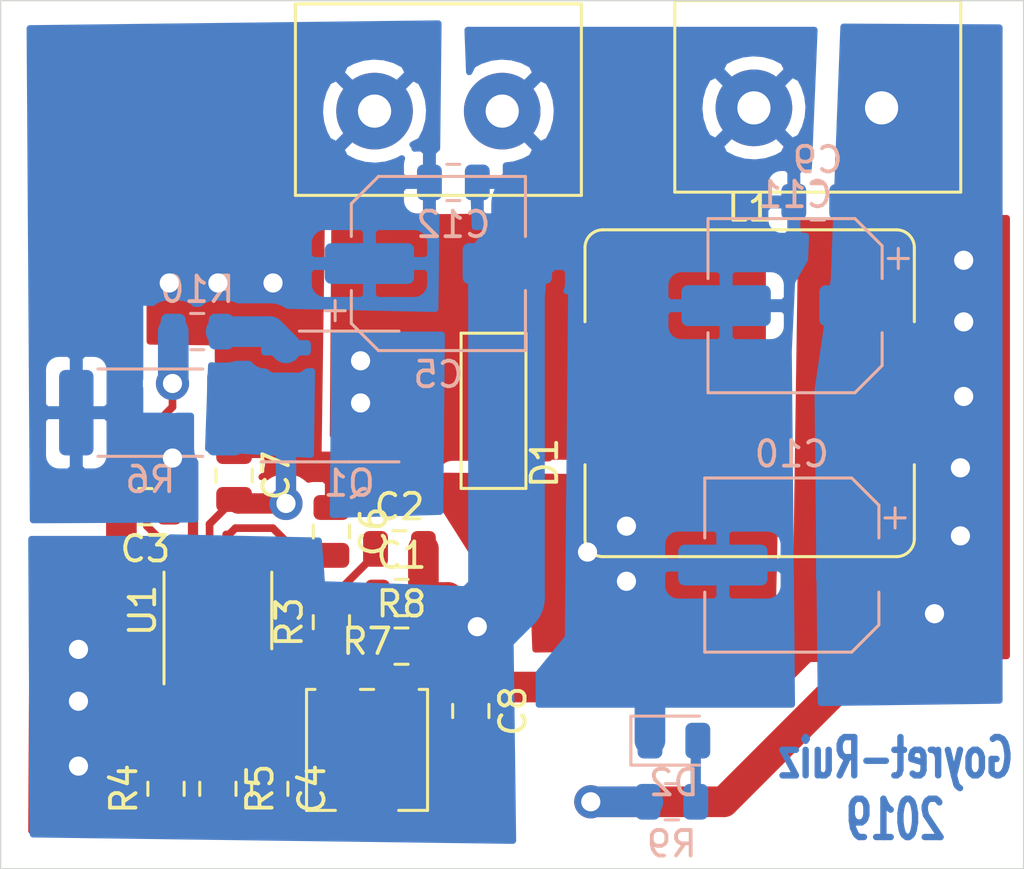
<source format=kicad_pcb>
(kicad_pcb (version 20171130) (host pcbnew 5.1.2-f72e74a~84~ubuntu18.04.1)

  (general
    (thickness 1.6)
    (drawings 6)
    (tracks 102)
    (zones 0)
    (modules 27)
    (nets 18)
  )

  (page A4)
  (layers
    (0 F.Cu signal hide)
    (31 B.Cu signal)
    (32 B.Adhes user hide)
    (33 F.Adhes user hide)
    (34 B.Paste user hide)
    (35 F.Paste user hide)
    (36 B.SilkS user hide)
    (37 F.SilkS user)
    (38 B.Mask user hide)
    (39 F.Mask user hide)
    (40 Dwgs.User user hide)
    (41 Cmts.User user hide)
    (42 Eco1.User user hide)
    (43 Eco2.User user hide)
    (44 Edge.Cuts user)
    (45 Margin user hide)
    (46 B.CrtYd user hide)
    (47 F.CrtYd user hide)
    (48 B.Fab user hide)
    (49 F.Fab user hide)
  )

  (setup
    (last_trace_width 1.2)
    (user_trace_width 0.3)
    (user_trace_width 0.4)
    (user_trace_width 0.5)
    (user_trace_width 0.8)
    (user_trace_width 1.2)
    (user_trace_width 2.999999)
    (trace_clearance 0.2)
    (zone_clearance 0.508)
    (zone_45_only no)
    (trace_min 0.2)
    (via_size 1.3)
    (via_drill 0.75)
    (via_min_size 0.4)
    (via_min_drill 0.3)
    (uvia_size 0.3)
    (uvia_drill 0.1)
    (uvias_allowed no)
    (uvia_min_size 0.2)
    (uvia_min_drill 0.1)
    (edge_width 0.05)
    (segment_width 0.2)
    (pcb_text_width 0.3)
    (pcb_text_size 1.5 1.5)
    (mod_edge_width 0.12)
    (mod_text_size 1 1)
    (mod_text_width 0.15)
    (pad_size 1.524 1.524)
    (pad_drill 0.762)
    (pad_to_mask_clearance 0.051)
    (solder_mask_min_width 0.25)
    (aux_axis_origin 0 0)
    (grid_origin 150.749 74.168)
    (visible_elements 7FFFFFFF)
    (pcbplotparams
      (layerselection 0x00000_7fffffff)
      (usegerberextensions false)
      (usegerberattributes false)
      (usegerberadvancedattributes false)
      (creategerberjobfile false)
      (excludeedgelayer true)
      (linewidth 0.100000)
      (plotframeref false)
      (viasonmask false)
      (mode 1)
      (useauxorigin false)
      (hpglpennumber 1)
      (hpglpenspeed 20)
      (hpglpendiameter 15.000000)
      (psnegative true)
      (psa4output false)
      (plotreference true)
      (plotvalue true)
      (plotinvisibletext false)
      (padsonsilk false)
      (subtractmaskfromsilk false)
      (outputformat 4)
      (mirror false)
      (drillshape 2)
      (scaleselection 1)
      (outputdirectory "C:/Users/Admin/Desktop/"))
  )

  (net 0 "")
  (net 1 GND)
  (net 2 "Net-(C1-Pad1)")
  (net 3 "Net-(C2-Pad1)")
  (net 4 VDC)
  (net 5 "Net-(C4-Pad1)")
  (net 6 "Net-(C6-Pad2)")
  (net 7 "Net-(C7-Pad2)")
  (net 8 "Net-(C8-Pad2)")
  (net 9 "Net-(D1-Pad1)")
  (net 10 "Net-(D2-Pad2)")
  (net 11 "Net-(R4-Pad2)")
  (net 12 "Net-(R5-Pad1)")
  (net 13 "Net-(Q1-Pad4)")
  (net 14 /VOUT)
  (net 15 "Net-(U1-Pad7)")
  (net 16 "Net-(R10-Pad2)")
  (net 17 "Net-(U1-Pad8)")

  (net_class Default "This is the default net class."
    (clearance 0.2)
    (trace_width 0.6096)
    (via_dia 1.3)
    (via_drill 0.75)
    (uvia_dia 0.3)
    (uvia_drill 0.1)
    (add_net /VOUT)
    (add_net GND)
    (add_net "Net-(C1-Pad1)")
    (add_net "Net-(C2-Pad1)")
    (add_net "Net-(C4-Pad1)")
    (add_net "Net-(C6-Pad2)")
    (add_net "Net-(C7-Pad2)")
    (add_net "Net-(C8-Pad2)")
    (add_net "Net-(D1-Pad1)")
    (add_net "Net-(D2-Pad2)")
    (add_net "Net-(Q1-Pad4)")
    (add_net "Net-(R10-Pad2)")
    (add_net "Net-(R4-Pad2)")
    (add_net "Net-(R5-Pad1)")
    (add_net "Net-(U1-Pad7)")
    (add_net "Net-(U1-Pad8)")
    (add_net VDC)
  )

  (module Resistor_SMD:R_0805_2012Metric (layer B.Cu) (tedit 5B36C52B) (tstamp 5CFD7C58)
    (at 141.224 103.378)
    (descr "Resistor SMD 0805 (2012 Metric), square (rectangular) end terminal, IPC_7351 nominal, (Body size source: https://docs.google.com/spreadsheets/d/1BsfQQcO9C6DZCsRaXUlFlo91Tg2WpOkGARC1WS5S8t0/edit?usp=sharing), generated with kicad-footprint-generator")
    (tags resistor)
    (path /5CFDF9A6)
    (attr smd)
    (fp_text reference R9 (at 0 1.65) (layer B.SilkS)
      (effects (font (size 1 1) (thickness 0.15)) (justify mirror))
    )
    (fp_text value 5K (at 0 -1.65) (layer B.Fab)
      (effects (font (size 1 1) (thickness 0.15)) (justify mirror))
    )
    (fp_text user %R (at 0 0) (layer B.Fab)
      (effects (font (size 0.5 0.5) (thickness 0.08)) (justify mirror))
    )
    (fp_line (start 1.68 -0.95) (end -1.68 -0.95) (layer B.CrtYd) (width 0.05))
    (fp_line (start 1.68 0.95) (end 1.68 -0.95) (layer B.CrtYd) (width 0.05))
    (fp_line (start -1.68 0.95) (end 1.68 0.95) (layer B.CrtYd) (width 0.05))
    (fp_line (start -1.68 -0.95) (end -1.68 0.95) (layer B.CrtYd) (width 0.05))
    (fp_line (start -0.258578 -0.71) (end 0.258578 -0.71) (layer B.SilkS) (width 0.12))
    (fp_line (start -0.258578 0.71) (end 0.258578 0.71) (layer B.SilkS) (width 0.12))
    (fp_line (start 1 -0.6) (end -1 -0.6) (layer B.Fab) (width 0.1))
    (fp_line (start 1 0.6) (end 1 -0.6) (layer B.Fab) (width 0.1))
    (fp_line (start -1 0.6) (end 1 0.6) (layer B.Fab) (width 0.1))
    (fp_line (start -1 -0.6) (end -1 0.6) (layer B.Fab) (width 0.1))
    (pad 2 smd roundrect (at 0.9375 0) (size 0.975 1.4) (layers B.Cu B.Paste B.Mask) (roundrect_rratio 0.25)
      (net 10 "Net-(D2-Pad2)"))
    (pad 1 smd roundrect (at -0.9375 0) (size 0.975 1.4) (layers B.Cu B.Paste B.Mask) (roundrect_rratio 0.25)
      (net 14 /VOUT))
    (model ${KISYS3DMOD}/Resistor_SMD.3dshapes/R_0805_2012Metric.wrl
      (at (xyz 0 0 0))
      (scale (xyz 1 1 1))
      (rotate (xyz 0 0 0))
    )
  )

  (module Package_SO:SOIC-8_3.9x4.9mm_P1.27mm (layer B.Cu) (tedit 5C97300E) (tstamp 5CFD935B)
    (at 128.586 87.503)
    (descr "SOIC, 8 Pin (JEDEC MS-012AA, https://www.analog.com/media/en/package-pcb-resources/package/pkg_pdf/soic_narrow-r/r_8.pdf), generated with kicad-footprint-generator ipc_gullwing_generator.py")
    (tags "SOIC SO")
    (path /5D008475)
    (attr smd)
    (fp_text reference Q1 (at 0 3.4 180) (layer B.SilkS)
      (effects (font (size 1 1) (thickness 0.15)) (justify mirror))
    )
    (fp_text value FDS4685 (at 0 -3.4 180) (layer B.Fab)
      (effects (font (size 1 1) (thickness 0.15)) (justify mirror))
    )
    (fp_text user %R (at 0 0 180) (layer B.Fab)
      (effects (font (size 0.98 0.98) (thickness 0.15)) (justify mirror))
    )
    (fp_line (start 3.7 2.7) (end -3.7 2.7) (layer B.CrtYd) (width 0.05))
    (fp_line (start 3.7 -2.7) (end 3.7 2.7) (layer B.CrtYd) (width 0.05))
    (fp_line (start -3.7 -2.7) (end 3.7 -2.7) (layer B.CrtYd) (width 0.05))
    (fp_line (start -3.7 2.7) (end -3.7 -2.7) (layer B.CrtYd) (width 0.05))
    (fp_line (start -1.95 1.475) (end -0.975 2.45) (layer B.Fab) (width 0.1))
    (fp_line (start -1.95 -2.45) (end -1.95 1.475) (layer B.Fab) (width 0.1))
    (fp_line (start 1.95 -2.45) (end -1.95 -2.45) (layer B.Fab) (width 0.1))
    (fp_line (start 1.95 2.45) (end 1.95 -2.45) (layer B.Fab) (width 0.1))
    (fp_line (start -0.975 2.45) (end 1.95 2.45) (layer B.Fab) (width 0.1))
    (fp_line (start 0 2.56) (end -3.45 2.56) (layer B.SilkS) (width 0.12))
    (fp_line (start 0 2.56) (end 1.95 2.56) (layer B.SilkS) (width 0.12))
    (fp_line (start 0 -2.56) (end -1.95 -2.56) (layer B.SilkS) (width 0.12))
    (fp_line (start 0 -2.56) (end 1.95 -2.56) (layer B.SilkS) (width 0.12))
    (pad 8 smd roundrect (at 2.475 1.905) (size 1.95 0.6) (layers B.Cu B.Paste B.Mask) (roundrect_rratio 0.25)
      (net 9 "Net-(D1-Pad1)"))
    (pad 7 smd roundrect (at 2.475 0.635) (size 1.95 0.6) (layers B.Cu B.Paste B.Mask) (roundrect_rratio 0.25)
      (net 9 "Net-(D1-Pad1)"))
    (pad 6 smd roundrect (at 2.475 -0.635) (size 1.95 0.6) (layers B.Cu B.Paste B.Mask) (roundrect_rratio 0.25)
      (net 9 "Net-(D1-Pad1)"))
    (pad 5 smd roundrect (at 2.475 -1.905) (size 1.95 0.6) (layers B.Cu B.Paste B.Mask) (roundrect_rratio 0.25)
      (net 9 "Net-(D1-Pad1)"))
    (pad 4 smd roundrect (at -2.475 -1.905) (size 1.95 0.6) (layers B.Cu B.Paste B.Mask) (roundrect_rratio 0.25)
      (net 13 "Net-(Q1-Pad4)"))
    (pad 3 smd roundrect (at -2.475 -0.635) (size 1.95 0.6) (layers B.Cu B.Paste B.Mask) (roundrect_rratio 0.25)
      (net 7 "Net-(C7-Pad2)"))
    (pad 2 smd roundrect (at -2.475 0.635) (size 1.95 0.6) (layers B.Cu B.Paste B.Mask) (roundrect_rratio 0.25)
      (net 7 "Net-(C7-Pad2)"))
    (pad 1 smd roundrect (at -2.475 1.905) (size 1.95 0.6) (layers B.Cu B.Paste B.Mask) (roundrect_rratio 0.25)
      (net 7 "Net-(C7-Pad2)"))
    (model ${KISYS3DMOD}/Package_SO.3dshapes/SOIC-8_3.9x4.9mm_P1.27mm.wrl
      (at (xyz 0 0 0))
      (scale (xyz 1 1 1))
      (rotate (xyz 0 0 0))
    )
  )

  (module Resistor_SMD:R_0805_2012Metric (layer B.Cu) (tedit 5B36C52B) (tstamp 5CFEC714)
    (at 122.6335 84.963 180)
    (descr "Resistor SMD 0805 (2012 Metric), square (rectangular) end terminal, IPC_7351 nominal, (Body size source: https://docs.google.com/spreadsheets/d/1BsfQQcO9C6DZCsRaXUlFlo91Tg2WpOkGARC1WS5S8t0/edit?usp=sharing), generated with kicad-footprint-generator")
    (tags resistor)
    (path /5D1397D4)
    (attr smd)
    (fp_text reference R10 (at 0 1.65 180) (layer B.SilkS)
      (effects (font (size 1 1) (thickness 0.15)) (justify mirror))
    )
    (fp_text value 0 (at 0 -1.65 180) (layer B.Fab)
      (effects (font (size 1 1) (thickness 0.15)) (justify mirror))
    )
    (fp_text user %R (at 0 0 180) (layer B.Fab)
      (effects (font (size 0.5 0.5) (thickness 0.08)) (justify mirror))
    )
    (fp_line (start 1.68 -0.95) (end -1.68 -0.95) (layer B.CrtYd) (width 0.05))
    (fp_line (start 1.68 0.95) (end 1.68 -0.95) (layer B.CrtYd) (width 0.05))
    (fp_line (start -1.68 0.95) (end 1.68 0.95) (layer B.CrtYd) (width 0.05))
    (fp_line (start -1.68 -0.95) (end -1.68 0.95) (layer B.CrtYd) (width 0.05))
    (fp_line (start -0.258578 -0.71) (end 0.258578 -0.71) (layer B.SilkS) (width 0.12))
    (fp_line (start -0.258578 0.71) (end 0.258578 0.71) (layer B.SilkS) (width 0.12))
    (fp_line (start 1 -0.6) (end -1 -0.6) (layer B.Fab) (width 0.1))
    (fp_line (start 1 0.6) (end 1 -0.6) (layer B.Fab) (width 0.1))
    (fp_line (start -1 0.6) (end 1 0.6) (layer B.Fab) (width 0.1))
    (fp_line (start -1 -0.6) (end -1 0.6) (layer B.Fab) (width 0.1))
    (pad 2 smd roundrect (at 0.9375 0 180) (size 0.975 1.4) (layers B.Cu B.Paste B.Mask) (roundrect_rratio 0.25)
      (net 16 "Net-(R10-Pad2)"))
    (pad 1 smd roundrect (at -0.9375 0 180) (size 0.975 1.4) (layers B.Cu B.Paste B.Mask) (roundrect_rratio 0.25)
      (net 13 "Net-(Q1-Pad4)"))
    (model ${KISYS3DMOD}/Resistor_SMD.3dshapes/R_0805_2012Metric.wrl
      (at (xyz 0 0 0))
      (scale (xyz 1 1 1))
      (rotate (xyz 0 0 0))
    )
  )

  (module Package_SO:MSOP-12-1EP_3x4mm_P0.65mm_EP1.65x2.85mm (layer F.Cu) (tedit 5C59F590) (tstamp 5CFD8179)
    (at 123.444 95.885 90)
    (descr "MSOP, 12 Pin (https://www.analog.com/media/en/technical-documentation/data-sheets/3652fe.pdf#page=24), generated with kicad-footprint-generator ipc_gullwing_generator.py")
    (tags "MSOP SO")
    (path /5CF4E57B)
    (attr smd)
    (fp_text reference U1 (at 0 -2.95 90) (layer F.SilkS)
      (effects (font (size 1 1) (thickness 0.15)))
    )
    (fp_text value LTC3864 (at 0 2.95 90) (layer F.Fab)
      (effects (font (size 1 1) (thickness 0.15)))
    )
    (fp_text user %R (at 0 0 90) (layer F.Fab)
      (effects (font (size 0.75 0.75) (thickness 0.11)))
    )
    (fp_line (start 3.12 -2.25) (end -3.12 -2.25) (layer F.CrtYd) (width 0.05))
    (fp_line (start 3.12 2.25) (end 3.12 -2.25) (layer F.CrtYd) (width 0.05))
    (fp_line (start -3.12 2.25) (end 3.12 2.25) (layer F.CrtYd) (width 0.05))
    (fp_line (start -3.12 -2.25) (end -3.12 2.25) (layer F.CrtYd) (width 0.05))
    (fp_line (start -1.5 -1.25) (end -0.75 -2) (layer F.Fab) (width 0.1))
    (fp_line (start -1.5 2) (end -1.5 -1.25) (layer F.Fab) (width 0.1))
    (fp_line (start 1.5 2) (end -1.5 2) (layer F.Fab) (width 0.1))
    (fp_line (start 1.5 -2) (end 1.5 2) (layer F.Fab) (width 0.1))
    (fp_line (start -0.75 -2) (end 1.5 -2) (layer F.Fab) (width 0.1))
    (fp_line (start 0 -2.11) (end -2.875 -2.11) (layer F.SilkS) (width 0.12))
    (fp_line (start 0 -2.11) (end 1.5 -2.11) (layer F.SilkS) (width 0.12))
    (fp_line (start 0 2.11) (end -1.5 2.11) (layer F.SilkS) (width 0.12))
    (fp_line (start 0 2.11) (end 1.5 2.11) (layer F.SilkS) (width 0.12))
    (pad 12 smd roundrect (at 2.15 -1.625 90) (size 1.45 0.4) (layers F.Cu F.Paste F.Mask) (roundrect_rratio 0.25)
      (net 16 "Net-(R10-Pad2)"))
    (pad 11 smd roundrect (at 2.15 -0.975 90) (size 1.45 0.4) (layers F.Cu F.Paste F.Mask) (roundrect_rratio 0.25)
      (net 4 VDC))
    (pad 10 smd roundrect (at 2.15 -0.325 90) (size 1.45 0.4) (layers F.Cu F.Paste F.Mask) (roundrect_rratio 0.25)
      (net 7 "Net-(C7-Pad2)"))
    (pad 9 smd roundrect (at 2.15 0.325 90) (size 1.45 0.4) (layers F.Cu F.Paste F.Mask) (roundrect_rratio 0.25)
      (net 6 "Net-(C6-Pad2)"))
    (pad 8 smd roundrect (at 2.15 0.975 90) (size 1.45 0.4) (layers F.Cu F.Paste F.Mask) (roundrect_rratio 0.25)
      (net 17 "Net-(U1-Pad8)"))
    (pad 7 smd roundrect (at 2.15 1.625 90) (size 1.45 0.4) (layers F.Cu F.Paste F.Mask) (roundrect_rratio 0.25)
      (net 15 "Net-(U1-Pad7)"))
    (pad 6 smd roundrect (at -2.15 1.625 90) (size 1.45 0.4) (layers F.Cu F.Paste F.Mask) (roundrect_rratio 0.25)
      (net 3 "Net-(C2-Pad1)"))
    (pad 5 smd roundrect (at -2.15 0.975 90) (size 1.45 0.4) (layers F.Cu F.Paste F.Mask) (roundrect_rratio 0.25)
      (net 8 "Net-(C8-Pad2)"))
    (pad 4 smd roundrect (at -2.15 0.325 90) (size 1.45 0.4) (layers F.Cu F.Paste F.Mask) (roundrect_rratio 0.25)
      (net 5 "Net-(C4-Pad1)"))
    (pad 3 smd roundrect (at -2.15 -0.325 90) (size 1.45 0.4) (layers F.Cu F.Paste F.Mask) (roundrect_rratio 0.25)
      (net 1 GND))
    (pad 2 smd roundrect (at -2.15 -0.975 90) (size 1.45 0.4) (layers F.Cu F.Paste F.Mask) (roundrect_rratio 0.25)
      (net 12 "Net-(R5-Pad1)"))
    (pad 1 smd roundrect (at -2.15 -1.625 90) (size 1.45 0.4) (layers F.Cu F.Paste F.Mask) (roundrect_rratio 0.25)
      (net 11 "Net-(R4-Pad2)"))
    (pad "" smd roundrect (at 0.41 0.71 90) (size 0.67 1.15) (layers F.Paste) (roundrect_rratio 0.25))
    (pad "" smd roundrect (at 0.41 -0.71 90) (size 0.67 1.15) (layers F.Paste) (roundrect_rratio 0.25))
    (pad "" smd roundrect (at -0.41 0.71 90) (size 0.67 1.15) (layers F.Paste) (roundrect_rratio 0.25))
    (pad "" smd roundrect (at -0.41 -0.71 90) (size 0.67 1.15) (layers F.Paste) (roundrect_rratio 0.25))
    (pad 13 smd roundrect (at 0 0 90) (size 1.65 2.85) (layers F.Cu F.Mask) (roundrect_rratio 0.151515)
      (net 1 GND))
    (model ${KISYS3DMOD}/Package_SO.3dshapes/MSOP-12-1EP_3x4mm_P0.65mm_EP1.65x2.85mm.wrl
      (at (xyz 0 0 0))
      (scale (xyz 1 1 1))
      (rotate (xyz 0 0 0))
    )
  )

  (module Capacitor_SMD:C_0805_2012Metric (layer B.Cu) (tedit 5B36C52B) (tstamp 5D102647)
    (at 132.6665 79.121)
    (descr "Capacitor SMD 0805 (2012 Metric), square (rectangular) end terminal, IPC_7351 nominal, (Body size source: https://docs.google.com/spreadsheets/d/1BsfQQcO9C6DZCsRaXUlFlo91Tg2WpOkGARC1WS5S8t0/edit?usp=sharing), generated with kicad-footprint-generator")
    (tags capacitor)
    (path /5D10FA78)
    (attr smd)
    (fp_text reference C12 (at 0 1.65) (layer B.SilkS)
      (effects (font (size 1 1) (thickness 0.15)) (justify mirror))
    )
    (fp_text value 10u/50V (at 0 -1.65) (layer B.Fab)
      (effects (font (size 1 1) (thickness 0.15)) (justify mirror))
    )
    (fp_text user %R (at 0 0) (layer B.Fab)
      (effects (font (size 0.5 0.5) (thickness 0.08)) (justify mirror))
    )
    (fp_line (start 1.68 -0.95) (end -1.68 -0.95) (layer B.CrtYd) (width 0.05))
    (fp_line (start 1.68 0.95) (end 1.68 -0.95) (layer B.CrtYd) (width 0.05))
    (fp_line (start -1.68 0.95) (end 1.68 0.95) (layer B.CrtYd) (width 0.05))
    (fp_line (start -1.68 -0.95) (end -1.68 0.95) (layer B.CrtYd) (width 0.05))
    (fp_line (start -0.258578 -0.71) (end 0.258578 -0.71) (layer B.SilkS) (width 0.12))
    (fp_line (start -0.258578 0.71) (end 0.258578 0.71) (layer B.SilkS) (width 0.12))
    (fp_line (start 1 -0.6) (end -1 -0.6) (layer B.Fab) (width 0.1))
    (fp_line (start 1 0.6) (end 1 -0.6) (layer B.Fab) (width 0.1))
    (fp_line (start -1 0.6) (end 1 0.6) (layer B.Fab) (width 0.1))
    (fp_line (start -1 -0.6) (end -1 0.6) (layer B.Fab) (width 0.1))
    (pad 2 smd roundrect (at 0.9375 0) (size 0.975 1.4) (layers B.Cu B.Paste B.Mask) (roundrect_rratio 0.25)
      (net 1 GND))
    (pad 1 smd roundrect (at -0.9375 0) (size 0.975 1.4) (layers B.Cu B.Paste B.Mask) (roundrect_rratio 0.25)
      (net 4 VDC))
    (model ${KISYS3DMOD}/Capacitor_SMD.3dshapes/C_0805_2012Metric.wrl
      (at (xyz 0 0 0))
      (scale (xyz 1 1 1))
      (rotate (xyz 0 0 0))
    )
  )

  (module Potentiometer_SMD:Potentiometer_Bourns_3314J_Vertical (layer F.Cu) (tedit 5A81E1D7) (tstamp 5CFE4795)
    (at 129.286 101.346)
    (descr "Potentiometer, vertical, Bourns 3314J, http://www.bourns.com/docs/Product-Datasheets/3314.pdf")
    (tags "Potentiometer vertical Bourns 3314J")
    (path /5D07793D)
    (attr smd)
    (fp_text reference R7 (at 0 -4.25) (layer F.SilkS)
      (effects (font (size 1 1) (thickness 0.15)))
    )
    (fp_text value 100K (at 0 4.25) (layer F.Fab)
      (effects (font (size 1 1) (thickness 0.15)))
    )
    (fp_text user %R (at 0 -1.7) (layer F.Fab)
      (effects (font (size 0.63 0.63) (thickness 0.15)))
    )
    (fp_line (start 2.5 -3.25) (end -2.5 -3.25) (layer F.CrtYd) (width 0.05))
    (fp_line (start 2.5 3.25) (end 2.5 -3.25) (layer F.CrtYd) (width 0.05))
    (fp_line (start -2.5 3.25) (end 2.5 3.25) (layer F.CrtYd) (width 0.05))
    (fp_line (start -2.5 -3.25) (end -2.5 3.25) (layer F.CrtYd) (width 0.05))
    (fp_line (start 2.37 -2.37) (end 2.37 2.37) (layer F.SilkS) (width 0.12))
    (fp_line (start -2.37 -2.37) (end -2.37 2.37) (layer F.SilkS) (width 0.12))
    (fp_line (start 1.24 2.37) (end 2.37 2.37) (layer F.SilkS) (width 0.12))
    (fp_line (start -2.37 2.37) (end -1.24 2.37) (layer F.SilkS) (width 0.12))
    (fp_line (start -0.259 -2.37) (end 0.26 -2.37) (layer F.SilkS) (width 0.12))
    (fp_line (start -2.37 -2.37) (end -2.039 -2.37) (layer F.SilkS) (width 0.12))
    (fp_line (start 2.04 -2.37) (end 2.37 -2.37) (layer F.SilkS) (width 0.12))
    (fp_line (start 0 0.99) (end 0.001 -0.989) (layer F.Fab) (width 0.1))
    (fp_line (start 0 0.99) (end 0.001 -0.989) (layer F.Fab) (width 0.1))
    (fp_line (start 2.25 -2.25) (end -2.25 -2.25) (layer F.Fab) (width 0.1))
    (fp_line (start 2.25 2.25) (end 2.25 -2.25) (layer F.Fab) (width 0.1))
    (fp_line (start -2.25 2.25) (end 2.25 2.25) (layer F.Fab) (width 0.1))
    (fp_line (start -2.25 -2.25) (end -2.25 2.25) (layer F.Fab) (width 0.1))
    (fp_circle (center 0 0) (end 1 0) (layer F.Fab) (width 0.1))
    (pad 3 smd rect (at -1.15 -2) (size 1.3 2) (layers F.Cu F.Paste F.Mask)
      (net 8 "Net-(C8-Pad2)"))
    (pad 2 smd rect (at 0 2) (size 2 2) (layers F.Cu F.Paste F.Mask)
      (net 8 "Net-(C8-Pad2)"))
    (pad 1 smd rect (at 1.15 -2) (size 1.3 2) (layers F.Cu F.Paste F.Mask)
      (net 14 /VOUT))
    (model ${KISYS3DMOD}/Potentiometer_SMD.3dshapes/Potentiometer_Bourns_3314J_Vertical.wrl
      (at (xyz 0 0 0))
      (scale (xyz 1 1 1))
      (rotate (xyz 0 0 0))
    )
  )

  (module Resistor_SMD:R_2512_6332Metric (layer B.Cu) (tedit 5B301BBD) (tstamp 5CFD7C25)
    (at 120.798 88.138)
    (descr "Resistor SMD 2512 (6332 Metric), square (rectangular) end terminal, IPC_7351 nominal, (Body size source: http://www.tortai-tech.com/upload/download/2011102023233369053.pdf), generated with kicad-footprint-generator")
    (tags resistor)
    (path /5CF86CAD)
    (attr smd)
    (fp_text reference R6 (at 0 2.62 180) (layer B.SilkS)
      (effects (font (size 1 1) (thickness 0.15)) (justify mirror))
    )
    (fp_text value 0.015 (at 0 -2.62 180) (layer B.Fab)
      (effects (font (size 1 1) (thickness 0.15)) (justify mirror))
    )
    (fp_text user %R (at 0 0 180) (layer B.Fab)
      (effects (font (size 1 1) (thickness 0.15)) (justify mirror))
    )
    (fp_line (start 3.82 -1.92) (end -3.82 -1.92) (layer B.CrtYd) (width 0.05))
    (fp_line (start 3.82 1.92) (end 3.82 -1.92) (layer B.CrtYd) (width 0.05))
    (fp_line (start -3.82 1.92) (end 3.82 1.92) (layer B.CrtYd) (width 0.05))
    (fp_line (start -3.82 -1.92) (end -3.82 1.92) (layer B.CrtYd) (width 0.05))
    (fp_line (start -2.052064 -1.71) (end 2.052064 -1.71) (layer B.SilkS) (width 0.12))
    (fp_line (start -2.052064 1.71) (end 2.052064 1.71) (layer B.SilkS) (width 0.12))
    (fp_line (start 3.15 -1.6) (end -3.15 -1.6) (layer B.Fab) (width 0.1))
    (fp_line (start 3.15 1.6) (end 3.15 -1.6) (layer B.Fab) (width 0.1))
    (fp_line (start -3.15 1.6) (end 3.15 1.6) (layer B.Fab) (width 0.1))
    (fp_line (start -3.15 -1.6) (end -3.15 1.6) (layer B.Fab) (width 0.1))
    (pad 2 smd roundrect (at 2.9 0) (size 1.35 3.35) (layers B.Cu B.Paste B.Mask) (roundrect_rratio 0.185185)
      (net 7 "Net-(C7-Pad2)"))
    (pad 1 smd roundrect (at -2.9 0) (size 1.35 3.35) (layers B.Cu B.Paste B.Mask) (roundrect_rratio 0.185185)
      (net 4 VDC))
    (model ${KISYS3DMOD}/Resistor_SMD.3dshapes/R_2512_6332Metric.wrl
      (at (xyz 0 0 0))
      (scale (xyz 1 1 1))
      (rotate (xyz 0 0 0))
    )
  )

  (module Capacitor_SMD:C_0805_2012Metric (layer F.Cu) (tedit 5B36C52B) (tstamp 5CFD7A68)
    (at 127.889 92.7885 270)
    (descr "Capacitor SMD 0805 (2012 Metric), square (rectangular) end terminal, IPC_7351 nominal, (Body size source: https://docs.google.com/spreadsheets/d/1BsfQQcO9C6DZCsRaXUlFlo91Tg2WpOkGARC1WS5S8t0/edit?usp=sharing), generated with kicad-footprint-generator")
    (tags capacitor)
    (path /5CF78FB9)
    (attr smd)
    (fp_text reference C6 (at 0 -1.65 90) (layer F.SilkS)
      (effects (font (size 1 1) (thickness 0.15)))
    )
    (fp_text value 470n (at 0 1.65 90) (layer F.Fab)
      (effects (font (size 1 1) (thickness 0.15)))
    )
    (fp_text user %R (at 0 0 90) (layer F.Fab)
      (effects (font (size 0.5 0.5) (thickness 0.08)))
    )
    (fp_line (start 1.68 0.95) (end -1.68 0.95) (layer F.CrtYd) (width 0.05))
    (fp_line (start 1.68 -0.95) (end 1.68 0.95) (layer F.CrtYd) (width 0.05))
    (fp_line (start -1.68 -0.95) (end 1.68 -0.95) (layer F.CrtYd) (width 0.05))
    (fp_line (start -1.68 0.95) (end -1.68 -0.95) (layer F.CrtYd) (width 0.05))
    (fp_line (start -0.258578 0.71) (end 0.258578 0.71) (layer F.SilkS) (width 0.12))
    (fp_line (start -0.258578 -0.71) (end 0.258578 -0.71) (layer F.SilkS) (width 0.12))
    (fp_line (start 1 0.6) (end -1 0.6) (layer F.Fab) (width 0.1))
    (fp_line (start 1 -0.6) (end 1 0.6) (layer F.Fab) (width 0.1))
    (fp_line (start -1 -0.6) (end 1 -0.6) (layer F.Fab) (width 0.1))
    (fp_line (start -1 0.6) (end -1 -0.6) (layer F.Fab) (width 0.1))
    (pad 2 smd roundrect (at 0.9375 0 270) (size 0.975 1.4) (layers F.Cu F.Paste F.Mask) (roundrect_rratio 0.25)
      (net 6 "Net-(C6-Pad2)"))
    (pad 1 smd roundrect (at -0.9375 0 270) (size 0.975 1.4) (layers F.Cu F.Paste F.Mask) (roundrect_rratio 0.25)
      (net 4 VDC))
    (model ${KISYS3DMOD}/Capacitor_SMD.3dshapes/C_0805_2012Metric.wrl
      (at (xyz 0 0 0))
      (scale (xyz 1 1 1))
      (rotate (xyz 0 0 0))
    )
  )

  (module Connector:691102710002 (layer F.Cu) (tedit 5CFD944E) (tstamp 5CFE6F24)
    (at 146.939 76.2)
    (path /5D065E71)
    (fp_text reference J2 (at -2.54 -5.08) (layer F.SilkS)
      (effects (font (size 1 1) (thickness 0.15)))
    )
    (fp_text value Screw_Terminal_01x02 (at 6.35 -5.08) (layer F.Fab)
      (effects (font (size 1 1) (thickness 0.15)))
    )
    (fp_line (start 5.6 -4.2) (end 5.6 3.3) (layer F.SilkS) (width 0.12))
    (fp_line (start -5.6 -4.2) (end 5.6 -4.2) (layer F.SilkS) (width 0.12))
    (fp_line (start -5.6 3.3) (end 5.6 3.3) (layer F.SilkS) (width 0.12))
    (fp_line (start -5.6 -4.2) (end -5.6 3.3) (layer F.SilkS) (width 0.12))
    (pad 2 thru_hole circle (at 2.5 0) (size 3 3) (drill 1.3) (layers *.Cu *.Mask)
      (net 14 /VOUT))
    (pad 1 thru_hole circle (at -2.5 0) (size 3 3) (drill 1.3) (layers *.Cu *.Mask)
      (net 1 GND))
  )

  (module Connector:691102710002 (layer F.Cu) (tedit 5CFD944E) (tstamp 5CFE3D56)
    (at 132.08 76.327)
    (path /5D06500E)
    (fp_text reference J1 (at -2.54 -5.08) (layer F.SilkS)
      (effects (font (size 1 1) (thickness 0.15)))
    )
    (fp_text value Screw_Terminal_01x02 (at 6.35 -5.08) (layer F.Fab)
      (effects (font (size 1 1) (thickness 0.15)))
    )
    (fp_line (start 5.6 -4.2) (end 5.6 3.3) (layer F.SilkS) (width 0.12))
    (fp_line (start -5.6 -4.2) (end 5.6 -4.2) (layer F.SilkS) (width 0.12))
    (fp_line (start -5.6 3.3) (end 5.6 3.3) (layer F.SilkS) (width 0.12))
    (fp_line (start -5.6 -4.2) (end -5.6 3.3) (layer F.SilkS) (width 0.12))
    (pad 2 thru_hole circle (at 2.5 0) (size 3 3) (drill 1.3) (layers *.Cu *.Mask)
      (net 1 GND))
    (pad 1 thru_hole circle (at -2.5 0) (size 3 3) (drill 1.3) (layers *.Cu *.Mask)
      (net 4 VDC))
  )

  (module Diode_SMD:D_PowerDI-5 locked (layer F.Cu) (tedit 5CFD8FE6) (tstamp 5CFD7B81)
    (at 134.239 90.105 270)
    (descr http://www.diodes.com/_files/datasheets/ds30497.pdf)
    (tags "PowerDI diode vishay")
    (path /5CF90B20)
    (attr smd)
    (fp_text reference D1 (at 0 -2 90) (layer F.SilkS)
      (effects (font (size 1 1) (thickness 0.15)))
    )
    (fp_text value PDS760 (at 0 2.5 90) (layer F.Fab)
      (effects (font (size 1 1) (thickness 0.15)))
    )
    (fp_line (start 1 -1.27) (end 1 1.27) (layer F.SilkS) (width 0.12))
    (fp_line (start -5.08 1.27) (end -5.08 -1.27) (layer F.SilkS) (width 0.12))
    (fp_line (start -5.08 1.27) (end 1 1.27) (layer F.SilkS) (width 0.12))
    (fp_line (start 1 -1.27) (end -5.08 -1.27) (layer F.SilkS) (width 0.12))
    (fp_line (start -2.5 1.3) (end -2.5 -1.3) (layer F.CrtYd) (width 0.05))
    (fp_line (start -2.5 -1.3) (end 2.5 -1.3) (layer F.CrtYd) (width 0.05))
    (fp_line (start 2.5 -1.3) (end 2.5 1.3) (layer F.CrtYd) (width 0.05))
    (fp_line (start 2.5 1.3) (end -2.5 1.3) (layer F.CrtYd) (width 0.05))
    (fp_line (start -1.4 -0.9) (end 1.4 -0.9) (layer F.Fab) (width 0.1))
    (fp_line (start 1.4 -0.9) (end 1.4 0.9) (layer F.Fab) (width 0.1))
    (fp_line (start 1.4 0.9) (end -1.4 0.9) (layer F.Fab) (width 0.1))
    (fp_line (start -1.4 0.9) (end -1.4 -0.9) (layer F.Fab) (width 0.1))
    (fp_line (start -0.8 0) (end -0.5 0) (layer F.Fab) (width 0.1))
    (fp_line (start -0.5 0) (end -0.5 -0.5) (layer F.Fab) (width 0.1))
    (fp_line (start -0.5 0) (end -0.5 0.5) (layer F.Fab) (width 0.1))
    (fp_line (start -0.5 0) (end 0.3 0.5) (layer F.Fab) (width 0.1))
    (fp_line (start 0.3 0.5) (end 0.3 -0.5) (layer F.Fab) (width 0.1))
    (fp_line (start 0.3 -0.5) (end -0.5 0) (layer F.Fab) (width 0.1))
    (fp_line (start 0.3 0) (end 0.7 0) (layer F.Fab) (width 0.1))
    (fp_text user %R (at 0 -2 90) (layer F.Fab)
      (effects (font (size 1 1) (thickness 0.15)))
    )
    (pad 2 smd rect (at 1.126 0.92 180) (size 1.4 1.39) (layers F.Cu F.Paste F.Mask)
      (net 1 GND))
    (pad 2 smd rect (at 1.126 -0.92 180) (size 1.4 1.39) (layers F.Cu F.Paste F.Mask)
      (net 1 GND))
    (pad 1 smd rect (at -2.856 0 90) (size 4.86 3.36) (layers F.Cu F.Paste F.Mask)
      (net 9 "Net-(D1-Pad1)"))
    (model ${KISYS3DMOD}/Diode_SMD.3dshapes/D_PowerDI-123.wrl
      (at (xyz 0 0 0))
      (scale (xyz 1 1 1))
      (rotate (xyz 0 0 0))
    )
  )

  (module Capacitor_SMD:CP_Elec_6.3x7.7 (layer B.Cu) (tedit 5BCA39D0) (tstamp 5D102A85)
    (at 132.08 82.296)
    (descr "SMD capacitor, aluminum electrolytic, Nichicon, 6.3x7.7mm")
    (tags "capacitor electrolytic")
    (path /5CF730E9)
    (attr smd)
    (fp_text reference C5 (at 0 4.35) (layer B.SilkS)
      (effects (font (size 1 1) (thickness 0.15)) (justify mirror))
    )
    (fp_text value 47u/50V (at 0 -4.35) (layer B.Fab)
      (effects (font (size 1 1) (thickness 0.15)) (justify mirror))
    )
    (fp_text user %R (at 0 0) (layer B.Fab)
      (effects (font (size 1 1) (thickness 0.15)) (justify mirror))
    )
    (fp_line (start -4.7 -1.05) (end -3.55 -1.05) (layer B.CrtYd) (width 0.05))
    (fp_line (start -4.7 1.05) (end -4.7 -1.05) (layer B.CrtYd) (width 0.05))
    (fp_line (start -3.55 1.05) (end -4.7 1.05) (layer B.CrtYd) (width 0.05))
    (fp_line (start -3.55 -1.05) (end -3.55 -2.4) (layer B.CrtYd) (width 0.05))
    (fp_line (start -3.55 2.4) (end -3.55 1.05) (layer B.CrtYd) (width 0.05))
    (fp_line (start -3.55 2.4) (end -2.4 3.55) (layer B.CrtYd) (width 0.05))
    (fp_line (start -3.55 -2.4) (end -2.4 -3.55) (layer B.CrtYd) (width 0.05))
    (fp_line (start -2.4 3.55) (end 3.55 3.55) (layer B.CrtYd) (width 0.05))
    (fp_line (start -2.4 -3.55) (end 3.55 -3.55) (layer B.CrtYd) (width 0.05))
    (fp_line (start 3.55 -1.05) (end 3.55 -3.55) (layer B.CrtYd) (width 0.05))
    (fp_line (start 4.7 -1.05) (end 3.55 -1.05) (layer B.CrtYd) (width 0.05))
    (fp_line (start 4.7 1.05) (end 4.7 -1.05) (layer B.CrtYd) (width 0.05))
    (fp_line (start 3.55 1.05) (end 4.7 1.05) (layer B.CrtYd) (width 0.05))
    (fp_line (start 3.55 3.55) (end 3.55 1.05) (layer B.CrtYd) (width 0.05))
    (fp_line (start -4.04375 2.24125) (end -4.04375 1.45375) (layer B.SilkS) (width 0.12))
    (fp_line (start -4.4375 1.8475) (end -3.65 1.8475) (layer B.SilkS) (width 0.12))
    (fp_line (start -3.41 -2.345563) (end -2.345563 -3.41) (layer B.SilkS) (width 0.12))
    (fp_line (start -3.41 2.345563) (end -2.345563 3.41) (layer B.SilkS) (width 0.12))
    (fp_line (start -3.41 2.345563) (end -3.41 1.06) (layer B.SilkS) (width 0.12))
    (fp_line (start -3.41 -2.345563) (end -3.41 -1.06) (layer B.SilkS) (width 0.12))
    (fp_line (start -2.345563 -3.41) (end 3.41 -3.41) (layer B.SilkS) (width 0.12))
    (fp_line (start -2.345563 3.41) (end 3.41 3.41) (layer B.SilkS) (width 0.12))
    (fp_line (start 3.41 3.41) (end 3.41 1.06) (layer B.SilkS) (width 0.12))
    (fp_line (start 3.41 -3.41) (end 3.41 -1.06) (layer B.SilkS) (width 0.12))
    (fp_line (start -2.389838 1.645) (end -2.389838 1.015) (layer B.Fab) (width 0.1))
    (fp_line (start -2.704838 1.33) (end -2.074838 1.33) (layer B.Fab) (width 0.1))
    (fp_line (start -3.3 -2.3) (end -2.3 -3.3) (layer B.Fab) (width 0.1))
    (fp_line (start -3.3 2.3) (end -2.3 3.3) (layer B.Fab) (width 0.1))
    (fp_line (start -3.3 2.3) (end -3.3 -2.3) (layer B.Fab) (width 0.1))
    (fp_line (start -2.3 -3.3) (end 3.3 -3.3) (layer B.Fab) (width 0.1))
    (fp_line (start -2.3 3.3) (end 3.3 3.3) (layer B.Fab) (width 0.1))
    (fp_line (start 3.3 3.3) (end 3.3 -3.3) (layer B.Fab) (width 0.1))
    (fp_circle (center 0 0) (end 3.15 0) (layer B.Fab) (width 0.1))
    (pad 2 smd roundrect (at 2.7 0) (size 3.5 1.6) (layers B.Cu B.Paste B.Mask) (roundrect_rratio 0.15625)
      (net 1 GND))
    (pad 1 smd roundrect (at -2.7 0) (size 3.5 1.6) (layers B.Cu B.Paste B.Mask) (roundrect_rratio 0.15625)
      (net 4 VDC))
    (model ${KISYS3DMOD}/Capacitor_SMD.3dshapes/CP_Elec_6.3x7.7.wrl
      (at (xyz 0 0 0))
      (scale (xyz 1 1 1))
      (rotate (xyz 0 0 0))
    )
  )

  (module Capacitor_SMD:CP_Elec_6.3x5.8 (layer B.Cu) (tedit 5BCA39D0) (tstamp 5CFDC6C9)
    (at 146.05 83.947 180)
    (descr "SMD capacitor, aluminum electrolytic, Nichicon, 6.3x5.8mm")
    (tags "capacitor electrolytic")
    (path /5D017276)
    (attr smd)
    (fp_text reference C11 (at 0 4.35 180) (layer B.SilkS)
      (effects (font (size 1 1) (thickness 0.15)) (justify mirror))
    )
    (fp_text value 47u/35V (at 0 -4.35 180) (layer B.Fab)
      (effects (font (size 1 1) (thickness 0.15)) (justify mirror))
    )
    (fp_text user %R (at 0 0 180) (layer B.Fab)
      (effects (font (size 1 1) (thickness 0.15)) (justify mirror))
    )
    (fp_line (start -4.7 -1.05) (end -3.55 -1.05) (layer B.CrtYd) (width 0.05))
    (fp_line (start -4.7 1.05) (end -4.7 -1.05) (layer B.CrtYd) (width 0.05))
    (fp_line (start -3.55 1.05) (end -4.7 1.05) (layer B.CrtYd) (width 0.05))
    (fp_line (start -3.55 -1.05) (end -3.55 -2.4) (layer B.CrtYd) (width 0.05))
    (fp_line (start -3.55 2.4) (end -3.55 1.05) (layer B.CrtYd) (width 0.05))
    (fp_line (start -3.55 2.4) (end -2.4 3.55) (layer B.CrtYd) (width 0.05))
    (fp_line (start -3.55 -2.4) (end -2.4 -3.55) (layer B.CrtYd) (width 0.05))
    (fp_line (start -2.4 3.55) (end 3.55 3.55) (layer B.CrtYd) (width 0.05))
    (fp_line (start -2.4 -3.55) (end 3.55 -3.55) (layer B.CrtYd) (width 0.05))
    (fp_line (start 3.55 -1.05) (end 3.55 -3.55) (layer B.CrtYd) (width 0.05))
    (fp_line (start 4.7 -1.05) (end 3.55 -1.05) (layer B.CrtYd) (width 0.05))
    (fp_line (start 4.7 1.05) (end 4.7 -1.05) (layer B.CrtYd) (width 0.05))
    (fp_line (start 3.55 1.05) (end 4.7 1.05) (layer B.CrtYd) (width 0.05))
    (fp_line (start 3.55 3.55) (end 3.55 1.05) (layer B.CrtYd) (width 0.05))
    (fp_line (start -4.04375 2.24125) (end -4.04375 1.45375) (layer B.SilkS) (width 0.12))
    (fp_line (start -4.4375 1.8475) (end -3.65 1.8475) (layer B.SilkS) (width 0.12))
    (fp_line (start -3.41 -2.345563) (end -2.345563 -3.41) (layer B.SilkS) (width 0.12))
    (fp_line (start -3.41 2.345563) (end -2.345563 3.41) (layer B.SilkS) (width 0.12))
    (fp_line (start -3.41 2.345563) (end -3.41 1.06) (layer B.SilkS) (width 0.12))
    (fp_line (start -3.41 -2.345563) (end -3.41 -1.06) (layer B.SilkS) (width 0.12))
    (fp_line (start -2.345563 -3.41) (end 3.41 -3.41) (layer B.SilkS) (width 0.12))
    (fp_line (start -2.345563 3.41) (end 3.41 3.41) (layer B.SilkS) (width 0.12))
    (fp_line (start 3.41 3.41) (end 3.41 1.06) (layer B.SilkS) (width 0.12))
    (fp_line (start 3.41 -3.41) (end 3.41 -1.06) (layer B.SilkS) (width 0.12))
    (fp_line (start -2.389838 1.645) (end -2.389838 1.015) (layer B.Fab) (width 0.1))
    (fp_line (start -2.704838 1.33) (end -2.074838 1.33) (layer B.Fab) (width 0.1))
    (fp_line (start -3.3 -2.3) (end -2.3 -3.3) (layer B.Fab) (width 0.1))
    (fp_line (start -3.3 2.3) (end -2.3 3.3) (layer B.Fab) (width 0.1))
    (fp_line (start -3.3 2.3) (end -3.3 -2.3) (layer B.Fab) (width 0.1))
    (fp_line (start -2.3 -3.3) (end 3.3 -3.3) (layer B.Fab) (width 0.1))
    (fp_line (start -2.3 3.3) (end 3.3 3.3) (layer B.Fab) (width 0.1))
    (fp_line (start 3.3 3.3) (end 3.3 -3.3) (layer B.Fab) (width 0.1))
    (fp_circle (center 0 0) (end 3.15 0) (layer B.Fab) (width 0.1))
    (pad 2 smd roundrect (at 2.7 0 180) (size 3.5 1.6) (layers B.Cu B.Paste B.Mask) (roundrect_rratio 0.15625)
      (net 1 GND))
    (pad 1 smd roundrect (at -2.7 0 180) (size 3.5 1.6) (layers B.Cu B.Paste B.Mask) (roundrect_rratio 0.15625)
      (net 14 /VOUT))
    (model ${KISYS3DMOD}/Capacitor_SMD.3dshapes/CP_Elec_6.3x5.8.wrl
      (at (xyz 0 0 0))
      (scale (xyz 1 1 1))
      (rotate (xyz 0 0 0))
    )
  )

  (module Capacitor_SMD:CP_Elec_6.3x5.8 (layer B.Cu) (tedit 5BCA39D0) (tstamp 5CFD7B65)
    (at 145.923 94.107 180)
    (descr "SMD capacitor, aluminum electrolytic, Nichicon, 6.3x5.8mm")
    (tags "capacitor electrolytic")
    (path /5CF98BF1)
    (attr smd)
    (fp_text reference C10 (at 0 4.35 180) (layer B.SilkS)
      (effects (font (size 1 1) (thickness 0.15)) (justify mirror))
    )
    (fp_text value 47u/35V (at 0 -4.35 180) (layer B.Fab)
      (effects (font (size 1 1) (thickness 0.15)) (justify mirror))
    )
    (fp_text user %R (at 0 0 180) (layer B.Fab)
      (effects (font (size 1 1) (thickness 0.15)) (justify mirror))
    )
    (fp_line (start -4.7 -1.05) (end -3.55 -1.05) (layer B.CrtYd) (width 0.05))
    (fp_line (start -4.7 1.05) (end -4.7 -1.05) (layer B.CrtYd) (width 0.05))
    (fp_line (start -3.55 1.05) (end -4.7 1.05) (layer B.CrtYd) (width 0.05))
    (fp_line (start -3.55 -1.05) (end -3.55 -2.4) (layer B.CrtYd) (width 0.05))
    (fp_line (start -3.55 2.4) (end -3.55 1.05) (layer B.CrtYd) (width 0.05))
    (fp_line (start -3.55 2.4) (end -2.4 3.55) (layer B.CrtYd) (width 0.05))
    (fp_line (start -3.55 -2.4) (end -2.4 -3.55) (layer B.CrtYd) (width 0.05))
    (fp_line (start -2.4 3.55) (end 3.55 3.55) (layer B.CrtYd) (width 0.05))
    (fp_line (start -2.4 -3.55) (end 3.55 -3.55) (layer B.CrtYd) (width 0.05))
    (fp_line (start 3.55 -1.05) (end 3.55 -3.55) (layer B.CrtYd) (width 0.05))
    (fp_line (start 4.7 -1.05) (end 3.55 -1.05) (layer B.CrtYd) (width 0.05))
    (fp_line (start 4.7 1.05) (end 4.7 -1.05) (layer B.CrtYd) (width 0.05))
    (fp_line (start 3.55 1.05) (end 4.7 1.05) (layer B.CrtYd) (width 0.05))
    (fp_line (start 3.55 3.55) (end 3.55 1.05) (layer B.CrtYd) (width 0.05))
    (fp_line (start -4.04375 2.24125) (end -4.04375 1.45375) (layer B.SilkS) (width 0.12))
    (fp_line (start -4.4375 1.8475) (end -3.65 1.8475) (layer B.SilkS) (width 0.12))
    (fp_line (start -3.41 -2.345563) (end -2.345563 -3.41) (layer B.SilkS) (width 0.12))
    (fp_line (start -3.41 2.345563) (end -2.345563 3.41) (layer B.SilkS) (width 0.12))
    (fp_line (start -3.41 2.345563) (end -3.41 1.06) (layer B.SilkS) (width 0.12))
    (fp_line (start -3.41 -2.345563) (end -3.41 -1.06) (layer B.SilkS) (width 0.12))
    (fp_line (start -2.345563 -3.41) (end 3.41 -3.41) (layer B.SilkS) (width 0.12))
    (fp_line (start -2.345563 3.41) (end 3.41 3.41) (layer B.SilkS) (width 0.12))
    (fp_line (start 3.41 3.41) (end 3.41 1.06) (layer B.SilkS) (width 0.12))
    (fp_line (start 3.41 -3.41) (end 3.41 -1.06) (layer B.SilkS) (width 0.12))
    (fp_line (start -2.389838 1.645) (end -2.389838 1.015) (layer B.Fab) (width 0.1))
    (fp_line (start -2.704838 1.33) (end -2.074838 1.33) (layer B.Fab) (width 0.1))
    (fp_line (start -3.3 -2.3) (end -2.3 -3.3) (layer B.Fab) (width 0.1))
    (fp_line (start -3.3 2.3) (end -2.3 3.3) (layer B.Fab) (width 0.1))
    (fp_line (start -3.3 2.3) (end -3.3 -2.3) (layer B.Fab) (width 0.1))
    (fp_line (start -2.3 -3.3) (end 3.3 -3.3) (layer B.Fab) (width 0.1))
    (fp_line (start -2.3 3.3) (end 3.3 3.3) (layer B.Fab) (width 0.1))
    (fp_line (start 3.3 3.3) (end 3.3 -3.3) (layer B.Fab) (width 0.1))
    (fp_circle (center 0 0) (end 3.15 0) (layer B.Fab) (width 0.1))
    (pad 2 smd roundrect (at 2.7 0 180) (size 3.5 1.6) (layers B.Cu B.Paste B.Mask) (roundrect_rratio 0.15625)
      (net 1 GND))
    (pad 1 smd roundrect (at -2.7 0 180) (size 3.5 1.6) (layers B.Cu B.Paste B.Mask) (roundrect_rratio 0.15625)
      (net 14 /VOUT))
    (model ${KISYS3DMOD}/Capacitor_SMD.3dshapes/CP_Elec_6.3x5.8.wrl
      (at (xyz 0 0 0))
      (scale (xyz 1 1 1))
      (rotate (xyz 0 0 0))
    )
  )

  (module Inductor_SMD:L_Bourns_SRP1245A (layer F.Cu) (tedit 5AD32382) (tstamp 5CFD7BA5)
    (at 144.272 87.376)
    (descr "Bourns SRP1245A series SMD inductor http://www.bourns.com/docs/Product-Datasheets/SRP1245A.pdf")
    (tags "Bourns SRP1245A SMD inductor")
    (path /5CF8EB93)
    (attr smd)
    (fp_text reference L1 (at 0 -7.25) (layer F.SilkS)
      (effects (font (size 1 1) (thickness 0.15)))
    )
    (fp_text value 10u (at 0 7.4) (layer F.Fab)
      (effects (font (size 1 1) (thickness 0.15)))
    )
    (fp_arc (start 5.75 -5.7) (end 6.55 -5.7) (angle -90) (layer F.CrtYd) (width 0.05))
    (fp_arc (start 5.75 5.7) (end 5.75 6.5) (angle -90) (layer F.CrtYd) (width 0.05))
    (fp_arc (start -5.75 5.7) (end -6.55 5.7) (angle -90) (layer F.CrtYd) (width 0.05))
    (fp_arc (start -5.75 -5.7) (end -5.75 -6.5) (angle -90) (layer F.CrtYd) (width 0.05))
    (fp_arc (start 5.75 -5.7) (end 6.45 -5.7) (angle -90) (layer F.SilkS) (width 0.12))
    (fp_arc (start 5.75 5.7) (end 5.75 6.4) (angle -90) (layer F.SilkS) (width 0.12))
    (fp_arc (start -5.75 5.7) (end -6.45 5.7) (angle -90) (layer F.SilkS) (width 0.12))
    (fp_arc (start -5.75 -5.7) (end -5.75 -6.4) (angle -90) (layer F.SilkS) (width 0.12))
    (fp_line (start 6.45 2.8) (end 6.45 5.7) (layer F.SilkS) (width 0.12))
    (fp_line (start -6.45 2.8) (end -6.45 5.7) (layer F.SilkS) (width 0.12))
    (fp_arc (start -5.75 5.7) (end -6.3 5.7) (angle -90) (layer F.Fab) (width 0.1))
    (fp_arc (start 5.75 5.7) (end 5.75 6.25) (angle -90) (layer F.Fab) (width 0.1))
    (fp_arc (start 5.75 -5.7) (end 6.3 -5.7) (angle -90) (layer F.Fab) (width 0.1))
    (fp_arc (start -5.75 -5.7) (end -5.75 -6.25) (angle -90) (layer F.Fab) (width 0.1))
    (fp_text user %R (at 0 0) (layer F.Fab)
      (effects (font (size 1 1) (thickness 0.15)))
    )
    (fp_line (start 5.75 6.5) (end -5.75 6.5) (layer F.CrtYd) (width 0.05))
    (fp_line (start -5.75 -6.5) (end 5.75 -6.5) (layer F.CrtYd) (width 0.05))
    (fp_line (start 6.45 -5.7) (end 6.45 -2.8) (layer F.SilkS) (width 0.12))
    (fp_line (start 5.75 6.4) (end -5.75 6.4) (layer F.SilkS) (width 0.12))
    (fp_line (start -6.45 -5.75) (end -6.45 -2.8) (layer F.SilkS) (width 0.12))
    (fp_line (start -5.75 -6.4) (end 5.75 -6.4) (layer F.SilkS) (width 0.12))
    (fp_line (start 6.3 -5.7) (end 6.3 5.7) (layer F.Fab) (width 0.1))
    (fp_line (start 5.75 6.25) (end -5.75 6.25) (layer F.Fab) (width 0.1))
    (fp_line (start -6.3 -5.75) (end -6.3 5.7) (layer F.Fab) (width 0.1))
    (fp_line (start -5.75 -6.25) (end 5.75 -6.25) (layer F.Fab) (width 0.1))
    (fp_line (start 7.35 2.75) (end 6.55 2.75) (layer F.CrtYd) (width 0.05))
    (fp_line (start 7.35 -2.75) (end 6.55 -2.75) (layer F.CrtYd) (width 0.05))
    (fp_line (start 7.35 -2.75) (end 7.35 2.75) (layer F.CrtYd) (width 0.05))
    (fp_line (start 6.55 -5.7) (end 6.55 -2.75) (layer F.CrtYd) (width 0.05))
    (fp_line (start 6.55 2.75) (end 6.55 5.7) (layer F.CrtYd) (width 0.05))
    (fp_line (start -7.35 2.75) (end -7.35 -2.75) (layer F.CrtYd) (width 0.05))
    (fp_line (start -7.35 2.75) (end -6.55 2.75) (layer F.CrtYd) (width 0.05))
    (fp_line (start -6.55 -2.75) (end -6.55 -5.7) (layer F.CrtYd) (width 0.05))
    (fp_line (start -6.55 5.7) (end -6.55 2.75) (layer F.CrtYd) (width 0.05))
    (fp_line (start -7.35 -2.75) (end -6.55 -2.75) (layer F.CrtYd) (width 0.05))
    (pad 1 smd rect (at -5.55 0) (size 3.1 5) (layers F.Cu F.Paste F.Mask)
      (net 9 "Net-(D1-Pad1)"))
    (pad 2 smd rect (at 5.55 0) (size 3.1 5) (layers F.Cu F.Paste F.Mask)
      (net 14 /VOUT))
    (model ${KISYS3DMOD}/Inductor_SMD.3dshapes/L_Bourns_SRP1245A.wrl
      (at (xyz 0 0 0))
      (scale (xyz 1 1 1))
      (rotate (xyz 0 0 0))
    )
  )

  (module Resistor_SMD:R_0805_2012Metric (layer F.Cu) (tedit 5B36C52B) (tstamp 5CFD7C47)
    (at 130.6345 97.282)
    (descr "Resistor SMD 0805 (2012 Metric), square (rectangular) end terminal, IPC_7351 nominal, (Body size source: https://docs.google.com/spreadsheets/d/1BsfQQcO9C6DZCsRaXUlFlo91Tg2WpOkGARC1WS5S8t0/edit?usp=sharing), generated with kicad-footprint-generator")
    (tags resistor)
    (path /5CF94B35)
    (attr smd)
    (fp_text reference R8 (at 0 -1.65) (layer F.SilkS)
      (effects (font (size 1 1) (thickness 0.15)))
    )
    (fp_text value 5K6 (at 0 1.65) (layer F.Fab)
      (effects (font (size 1 1) (thickness 0.15)))
    )
    (fp_text user %R (at 0 0) (layer F.Fab)
      (effects (font (size 0.5 0.5) (thickness 0.08)))
    )
    (fp_line (start 1.68 0.95) (end -1.68 0.95) (layer F.CrtYd) (width 0.05))
    (fp_line (start 1.68 -0.95) (end 1.68 0.95) (layer F.CrtYd) (width 0.05))
    (fp_line (start -1.68 -0.95) (end 1.68 -0.95) (layer F.CrtYd) (width 0.05))
    (fp_line (start -1.68 0.95) (end -1.68 -0.95) (layer F.CrtYd) (width 0.05))
    (fp_line (start -0.258578 0.71) (end 0.258578 0.71) (layer F.SilkS) (width 0.12))
    (fp_line (start -0.258578 -0.71) (end 0.258578 -0.71) (layer F.SilkS) (width 0.12))
    (fp_line (start 1 0.6) (end -1 0.6) (layer F.Fab) (width 0.1))
    (fp_line (start 1 -0.6) (end 1 0.6) (layer F.Fab) (width 0.1))
    (fp_line (start -1 -0.6) (end 1 -0.6) (layer F.Fab) (width 0.1))
    (fp_line (start -1 0.6) (end -1 -0.6) (layer F.Fab) (width 0.1))
    (pad 2 smd roundrect (at 0.9375 0) (size 0.975 1.4) (layers F.Cu F.Paste F.Mask) (roundrect_rratio 0.25)
      (net 1 GND))
    (pad 1 smd roundrect (at -0.9375 0) (size 0.975 1.4) (layers F.Cu F.Paste F.Mask) (roundrect_rratio 0.25)
      (net 8 "Net-(C8-Pad2)"))
    (model ${KISYS3DMOD}/Resistor_SMD.3dshapes/R_0805_2012Metric.wrl
      (at (xyz 0 0 0))
      (scale (xyz 1 1 1))
      (rotate (xyz 0 0 0))
    )
  )

  (module Resistor_SMD:R_0805_2012Metric (layer F.Cu) (tedit 5B36C52B) (tstamp 5D0DA7DF)
    (at 123.444 102.87 270)
    (descr "Resistor SMD 0805 (2012 Metric), square (rectangular) end terminal, IPC_7351 nominal, (Body size source: https://docs.google.com/spreadsheets/d/1BsfQQcO9C6DZCsRaXUlFlo91Tg2WpOkGARC1WS5S8t0/edit?usp=sharing), generated with kicad-footprint-generator")
    (tags resistor)
    (path /5CFAEFE3)
    (attr smd)
    (fp_text reference R5 (at 0 -1.65 90) (layer F.SilkS)
      (effects (font (size 1 1) (thickness 0.15)))
    )
    (fp_text value 0 (at 0 1.65 90) (layer F.Fab)
      (effects (font (size 1 1) (thickness 0.15)))
    )
    (fp_text user %R (at 0 0 90) (layer F.Fab)
      (effects (font (size 0.5 0.5) (thickness 0.08)))
    )
    (fp_line (start 1.68 0.95) (end -1.68 0.95) (layer F.CrtYd) (width 0.05))
    (fp_line (start 1.68 -0.95) (end 1.68 0.95) (layer F.CrtYd) (width 0.05))
    (fp_line (start -1.68 -0.95) (end 1.68 -0.95) (layer F.CrtYd) (width 0.05))
    (fp_line (start -1.68 0.95) (end -1.68 -0.95) (layer F.CrtYd) (width 0.05))
    (fp_line (start -0.258578 0.71) (end 0.258578 0.71) (layer F.SilkS) (width 0.12))
    (fp_line (start -0.258578 -0.71) (end 0.258578 -0.71) (layer F.SilkS) (width 0.12))
    (fp_line (start 1 0.6) (end -1 0.6) (layer F.Fab) (width 0.1))
    (fp_line (start 1 -0.6) (end 1 0.6) (layer F.Fab) (width 0.1))
    (fp_line (start -1 -0.6) (end 1 -0.6) (layer F.Fab) (width 0.1))
    (fp_line (start -1 0.6) (end -1 -0.6) (layer F.Fab) (width 0.1))
    (pad 2 smd roundrect (at 0.9375 0 270) (size 0.975 1.4) (layers F.Cu F.Paste F.Mask) (roundrect_rratio 0.25)
      (net 1 GND))
    (pad 1 smd roundrect (at -0.9375 0 270) (size 0.975 1.4) (layers F.Cu F.Paste F.Mask) (roundrect_rratio 0.25)
      (net 12 "Net-(R5-Pad1)"))
    (model ${KISYS3DMOD}/Resistor_SMD.3dshapes/R_0805_2012Metric.wrl
      (at (xyz 0 0 0))
      (scale (xyz 1 1 1))
      (rotate (xyz 0 0 0))
    )
  )

  (module Resistor_SMD:R_0805_2012Metric (layer F.Cu) (tedit 5B36C52B) (tstamp 5CFEA3A3)
    (at 121.412 102.87 90)
    (descr "Resistor SMD 0805 (2012 Metric), square (rectangular) end terminal, IPC_7351 nominal, (Body size source: https://docs.google.com/spreadsheets/d/1BsfQQcO9C6DZCsRaXUlFlo91Tg2WpOkGARC1WS5S8t0/edit?usp=sharing), generated with kicad-footprint-generator")
    (tags resistor)
    (path /5CFACF14)
    (attr smd)
    (fp_text reference R4 (at 0 -1.65 90) (layer F.SilkS)
      (effects (font (size 1 1) (thickness 0.15)))
    )
    (fp_text value 0 (at 0 1.65 90) (layer F.Fab)
      (effects (font (size 1 1) (thickness 0.15)))
    )
    (fp_text user %R (at 0 0 90) (layer F.Fab)
      (effects (font (size 0.5 0.5) (thickness 0.08)))
    )
    (fp_line (start 1.68 0.95) (end -1.68 0.95) (layer F.CrtYd) (width 0.05))
    (fp_line (start 1.68 -0.95) (end 1.68 0.95) (layer F.CrtYd) (width 0.05))
    (fp_line (start -1.68 -0.95) (end 1.68 -0.95) (layer F.CrtYd) (width 0.05))
    (fp_line (start -1.68 0.95) (end -1.68 -0.95) (layer F.CrtYd) (width 0.05))
    (fp_line (start -0.258578 0.71) (end 0.258578 0.71) (layer F.SilkS) (width 0.12))
    (fp_line (start -0.258578 -0.71) (end 0.258578 -0.71) (layer F.SilkS) (width 0.12))
    (fp_line (start 1 0.6) (end -1 0.6) (layer F.Fab) (width 0.1))
    (fp_line (start 1 -0.6) (end 1 0.6) (layer F.Fab) (width 0.1))
    (fp_line (start -1 -0.6) (end 1 -0.6) (layer F.Fab) (width 0.1))
    (fp_line (start -1 0.6) (end -1 -0.6) (layer F.Fab) (width 0.1))
    (pad 2 smd roundrect (at 0.9375 0 90) (size 0.975 1.4) (layers F.Cu F.Paste F.Mask) (roundrect_rratio 0.25)
      (net 11 "Net-(R4-Pad2)"))
    (pad 1 smd roundrect (at -0.9375 0 90) (size 0.975 1.4) (layers F.Cu F.Paste F.Mask) (roundrect_rratio 0.25)
      (net 1 GND))
    (model ${KISYS3DMOD}/Resistor_SMD.3dshapes/R_0805_2012Metric.wrl
      (at (xyz 0 0 0))
      (scale (xyz 1 1 1))
      (rotate (xyz 0 0 0))
    )
  )

  (module Resistor_SMD:R_0805_2012Metric (layer F.Cu) (tedit 5B36C52B) (tstamp 5CFD7BF2)
    (at 127.889 96.3445 90)
    (descr "Resistor SMD 0805 (2012 Metric), square (rectangular) end terminal, IPC_7351 nominal, (Body size source: https://docs.google.com/spreadsheets/d/1BsfQQcO9C6DZCsRaXUlFlo91Tg2WpOkGARC1WS5S8t0/edit?usp=sharing), generated with kicad-footprint-generator")
    (tags resistor)
    (path /5CF5638C)
    (attr smd)
    (fp_text reference R3 (at 0 -1.65 90) (layer F.SilkS)
      (effects (font (size 1 1) (thickness 0.15)))
    )
    (fp_text value 10K (at 0 1.65 90) (layer F.Fab)
      (effects (font (size 1 1) (thickness 0.15)))
    )
    (fp_text user %R (at 0 0 90) (layer F.Fab)
      (effects (font (size 0.5 0.5) (thickness 0.08)))
    )
    (fp_line (start 1.68 0.95) (end -1.68 0.95) (layer F.CrtYd) (width 0.05))
    (fp_line (start 1.68 -0.95) (end 1.68 0.95) (layer F.CrtYd) (width 0.05))
    (fp_line (start -1.68 -0.95) (end 1.68 -0.95) (layer F.CrtYd) (width 0.05))
    (fp_line (start -1.68 0.95) (end -1.68 -0.95) (layer F.CrtYd) (width 0.05))
    (fp_line (start -0.258578 0.71) (end 0.258578 0.71) (layer F.SilkS) (width 0.12))
    (fp_line (start -0.258578 -0.71) (end 0.258578 -0.71) (layer F.SilkS) (width 0.12))
    (fp_line (start 1 0.6) (end -1 0.6) (layer F.Fab) (width 0.1))
    (fp_line (start 1 -0.6) (end 1 0.6) (layer F.Fab) (width 0.1))
    (fp_line (start -1 -0.6) (end 1 -0.6) (layer F.Fab) (width 0.1))
    (fp_line (start -1 0.6) (end -1 -0.6) (layer F.Fab) (width 0.1))
    (pad 2 smd roundrect (at 0.9375 0 90) (size 0.975 1.4) (layers F.Cu F.Paste F.Mask) (roundrect_rratio 0.25)
      (net 3 "Net-(C2-Pad1)"))
    (pad 1 smd roundrect (at -0.9375 0 90) (size 0.975 1.4) (layers F.Cu F.Paste F.Mask) (roundrect_rratio 0.25)
      (net 2 "Net-(C1-Pad1)"))
    (model ${KISYS3DMOD}/Resistor_SMD.3dshapes/R_0805_2012Metric.wrl
      (at (xyz 0 0 0))
      (scale (xyz 1 1 1))
      (rotate (xyz 0 0 0))
    )
  )

  (module LED_SMD:LED_0805_2012Metric (layer B.Cu) (tedit 5B36C52C) (tstamp 5CFD7B94)
    (at 141.304 100.983)
    (descr "LED SMD 0805 (2012 Metric), square (rectangular) end terminal, IPC_7351 nominal, (Body size source: https://docs.google.com/spreadsheets/d/1BsfQQcO9C6DZCsRaXUlFlo91Tg2WpOkGARC1WS5S8t0/edit?usp=sharing), generated with kicad-footprint-generator")
    (tags diode)
    (path /5CFDD649)
    (attr smd)
    (fp_text reference D2 (at 0 1.65) (layer B.SilkS)
      (effects (font (size 1 1) (thickness 0.15)) (justify mirror))
    )
    (fp_text value LED (at 0 -1.65) (layer B.Fab)
      (effects (font (size 1 1) (thickness 0.15)) (justify mirror))
    )
    (fp_text user %R (at 0 0) (layer B.Fab)
      (effects (font (size 0.5 0.5) (thickness 0.08)) (justify mirror))
    )
    (fp_line (start 1.68 -0.95) (end -1.68 -0.95) (layer B.CrtYd) (width 0.05))
    (fp_line (start 1.68 0.95) (end 1.68 -0.95) (layer B.CrtYd) (width 0.05))
    (fp_line (start -1.68 0.95) (end 1.68 0.95) (layer B.CrtYd) (width 0.05))
    (fp_line (start -1.68 -0.95) (end -1.68 0.95) (layer B.CrtYd) (width 0.05))
    (fp_line (start -1.685 -0.96) (end 1 -0.96) (layer B.SilkS) (width 0.12))
    (fp_line (start -1.685 0.96) (end -1.685 -0.96) (layer B.SilkS) (width 0.12))
    (fp_line (start 1 0.96) (end -1.685 0.96) (layer B.SilkS) (width 0.12))
    (fp_line (start 1 -0.6) (end 1 0.6) (layer B.Fab) (width 0.1))
    (fp_line (start -1 -0.6) (end 1 -0.6) (layer B.Fab) (width 0.1))
    (fp_line (start -1 0.3) (end -1 -0.6) (layer B.Fab) (width 0.1))
    (fp_line (start -0.7 0.6) (end -1 0.3) (layer B.Fab) (width 0.1))
    (fp_line (start 1 0.6) (end -0.7 0.6) (layer B.Fab) (width 0.1))
    (pad 2 smd roundrect (at 0.9375 0) (size 0.975 1.4) (layers B.Cu B.Paste B.Mask) (roundrect_rratio 0.25)
      (net 10 "Net-(D2-Pad2)"))
    (pad 1 smd roundrect (at -0.9375 0) (size 0.975 1.4) (layers B.Cu B.Paste B.Mask) (roundrect_rratio 0.25)
      (net 1 GND))
    (model ${KISYS3DMOD}/LED_SMD.3dshapes/LED_0805_2012Metric.wrl
      (at (xyz 0 0 0))
      (scale (xyz 1 1 1))
      (rotate (xyz 0 0 0))
    )
  )

  (module Capacitor_SMD:C_0805_2012Metric (layer B.Cu) (tedit 5B36C52B) (tstamp 5CFD7A9B)
    (at 146.939 79.883 180)
    (descr "Capacitor SMD 0805 (2012 Metric), square (rectangular) end terminal, IPC_7351 nominal, (Body size source: https://docs.google.com/spreadsheets/d/1BsfQQcO9C6DZCsRaXUlFlo91Tg2WpOkGARC1WS5S8t0/edit?usp=sharing), generated with kicad-footprint-generator")
    (tags capacitor)
    (path /5CF98638)
    (attr smd)
    (fp_text reference C9 (at 0 1.65 180) (layer B.SilkS)
      (effects (font (size 1 1) (thickness 0.15)) (justify mirror))
    )
    (fp_text value 22u/25V (at 0 -1.65 180) (layer B.Fab)
      (effects (font (size 1 1) (thickness 0.15)) (justify mirror))
    )
    (fp_text user %R (at 0 0 180) (layer B.Fab)
      (effects (font (size 0.5 0.5) (thickness 0.08)) (justify mirror))
    )
    (fp_line (start 1.68 -0.95) (end -1.68 -0.95) (layer B.CrtYd) (width 0.05))
    (fp_line (start 1.68 0.95) (end 1.68 -0.95) (layer B.CrtYd) (width 0.05))
    (fp_line (start -1.68 0.95) (end 1.68 0.95) (layer B.CrtYd) (width 0.05))
    (fp_line (start -1.68 -0.95) (end -1.68 0.95) (layer B.CrtYd) (width 0.05))
    (fp_line (start -0.258578 -0.71) (end 0.258578 -0.71) (layer B.SilkS) (width 0.12))
    (fp_line (start -0.258578 0.71) (end 0.258578 0.71) (layer B.SilkS) (width 0.12))
    (fp_line (start 1 -0.6) (end -1 -0.6) (layer B.Fab) (width 0.1))
    (fp_line (start 1 0.6) (end 1 -0.6) (layer B.Fab) (width 0.1))
    (fp_line (start -1 0.6) (end 1 0.6) (layer B.Fab) (width 0.1))
    (fp_line (start -1 -0.6) (end -1 0.6) (layer B.Fab) (width 0.1))
    (pad 2 smd roundrect (at 0.9375 0 180) (size 0.975 1.4) (layers B.Cu B.Paste B.Mask) (roundrect_rratio 0.25)
      (net 1 GND))
    (pad 1 smd roundrect (at -0.9375 0 180) (size 0.975 1.4) (layers B.Cu B.Paste B.Mask) (roundrect_rratio 0.25)
      (net 14 /VOUT))
    (model ${KISYS3DMOD}/Capacitor_SMD.3dshapes/C_0805_2012Metric.wrl
      (at (xyz 0 0 0))
      (scale (xyz 1 1 1))
      (rotate (xyz 0 0 0))
    )
  )

  (module Capacitor_SMD:C_0805_2012Metric (layer F.Cu) (tedit 5B36C52B) (tstamp 5CFD7A8A)
    (at 133.35 99.822 270)
    (descr "Capacitor SMD 0805 (2012 Metric), square (rectangular) end terminal, IPC_7351 nominal, (Body size source: https://docs.google.com/spreadsheets/d/1BsfQQcO9C6DZCsRaXUlFlo91Tg2WpOkGARC1WS5S8t0/edit?usp=sharing), generated with kicad-footprint-generator")
    (tags capacitor)
    (path /5CF97AEC)
    (attr smd)
    (fp_text reference C8 (at 0 -1.65 90) (layer F.SilkS)
      (effects (font (size 1 1) (thickness 0.15)))
    )
    (fp_text value 100p (at 0 1.65 90) (layer F.Fab)
      (effects (font (size 1 1) (thickness 0.15)))
    )
    (fp_text user %R (at 0 0 90) (layer F.Fab)
      (effects (font (size 0.5 0.5) (thickness 0.08)))
    )
    (fp_line (start 1.68 0.95) (end -1.68 0.95) (layer F.CrtYd) (width 0.05))
    (fp_line (start 1.68 -0.95) (end 1.68 0.95) (layer F.CrtYd) (width 0.05))
    (fp_line (start -1.68 -0.95) (end 1.68 -0.95) (layer F.CrtYd) (width 0.05))
    (fp_line (start -1.68 0.95) (end -1.68 -0.95) (layer F.CrtYd) (width 0.05))
    (fp_line (start -0.258578 0.71) (end 0.258578 0.71) (layer F.SilkS) (width 0.12))
    (fp_line (start -0.258578 -0.71) (end 0.258578 -0.71) (layer F.SilkS) (width 0.12))
    (fp_line (start 1 0.6) (end -1 0.6) (layer F.Fab) (width 0.1))
    (fp_line (start 1 -0.6) (end 1 0.6) (layer F.Fab) (width 0.1))
    (fp_line (start -1 -0.6) (end 1 -0.6) (layer F.Fab) (width 0.1))
    (fp_line (start -1 0.6) (end -1 -0.6) (layer F.Fab) (width 0.1))
    (pad 2 smd roundrect (at 0.9375 0 270) (size 0.975 1.4) (layers F.Cu F.Paste F.Mask) (roundrect_rratio 0.25)
      (net 8 "Net-(C8-Pad2)"))
    (pad 1 smd roundrect (at -0.9375 0 270) (size 0.975 1.4) (layers F.Cu F.Paste F.Mask) (roundrect_rratio 0.25)
      (net 14 /VOUT))
    (model ${KISYS3DMOD}/Capacitor_SMD.3dshapes/C_0805_2012Metric.wrl
      (at (xyz 0 0 0))
      (scale (xyz 1 1 1))
      (rotate (xyz 0 0 0))
    )
  )

  (module Capacitor_SMD:C_0805_2012Metric (layer F.Cu) (tedit 5B36C52B) (tstamp 5CFD7A79)
    (at 124.079 90.5995 270)
    (descr "Capacitor SMD 0805 (2012 Metric), square (rectangular) end terminal, IPC_7351 nominal, (Body size source: https://docs.google.com/spreadsheets/d/1BsfQQcO9C6DZCsRaXUlFlo91Tg2WpOkGARC1WS5S8t0/edit?usp=sharing), generated with kicad-footprint-generator")
    (tags capacitor)
    (path /5CF88A02)
    (attr smd)
    (fp_text reference C7 (at 0 -1.65 90) (layer F.SilkS)
      (effects (font (size 1 1) (thickness 0.15)))
    )
    (fp_text value 100n (at 0 1.65 90) (layer F.Fab)
      (effects (font (size 1 1) (thickness 0.15)))
    )
    (fp_text user %R (at 0 0 90) (layer F.Fab)
      (effects (font (size 0.5 0.5) (thickness 0.08)))
    )
    (fp_line (start 1.68 0.95) (end -1.68 0.95) (layer F.CrtYd) (width 0.05))
    (fp_line (start 1.68 -0.95) (end 1.68 0.95) (layer F.CrtYd) (width 0.05))
    (fp_line (start -1.68 -0.95) (end 1.68 -0.95) (layer F.CrtYd) (width 0.05))
    (fp_line (start -1.68 0.95) (end -1.68 -0.95) (layer F.CrtYd) (width 0.05))
    (fp_line (start -0.258578 0.71) (end 0.258578 0.71) (layer F.SilkS) (width 0.12))
    (fp_line (start -0.258578 -0.71) (end 0.258578 -0.71) (layer F.SilkS) (width 0.12))
    (fp_line (start 1 0.6) (end -1 0.6) (layer F.Fab) (width 0.1))
    (fp_line (start 1 -0.6) (end 1 0.6) (layer F.Fab) (width 0.1))
    (fp_line (start -1 -0.6) (end 1 -0.6) (layer F.Fab) (width 0.1))
    (fp_line (start -1 0.6) (end -1 -0.6) (layer F.Fab) (width 0.1))
    (pad 2 smd roundrect (at 0.9375 0 270) (size 0.975 1.4) (layers F.Cu F.Paste F.Mask) (roundrect_rratio 0.25)
      (net 7 "Net-(C7-Pad2)"))
    (pad 1 smd roundrect (at -0.9375 0 270) (size 0.975 1.4) (layers F.Cu F.Paste F.Mask) (roundrect_rratio 0.25)
      (net 4 VDC))
    (model ${KISYS3DMOD}/Capacitor_SMD.3dshapes/C_0805_2012Metric.wrl
      (at (xyz 0 0 0))
      (scale (xyz 1 1 1))
      (rotate (xyz 0 0 0))
    )
  )

  (module Capacitor_SMD:C_0805_2012Metric (layer F.Cu) (tedit 5B36C52B) (tstamp 5CFD798D)
    (at 125.476 102.87 270)
    (descr "Capacitor SMD 0805 (2012 Metric), square (rectangular) end terminal, IPC_7351 nominal, (Body size source: https://docs.google.com/spreadsheets/d/1BsfQQcO9C6DZCsRaXUlFlo91Tg2WpOkGARC1WS5S8t0/edit?usp=sharing), generated with kicad-footprint-generator")
    (tags capacitor)
    (path /5CF5F274)
    (attr smd)
    (fp_text reference C4 (at 0 -1.65 90) (layer F.SilkS)
      (effects (font (size 1 1) (thickness 0.15)))
    )
    (fp_text value 10n (at 0 1.65 90) (layer F.Fab)
      (effects (font (size 1 1) (thickness 0.15)))
    )
    (fp_text user %R (at 0 0 90) (layer F.Fab)
      (effects (font (size 0.5 0.5) (thickness 0.08)))
    )
    (fp_line (start 1.68 0.95) (end -1.68 0.95) (layer F.CrtYd) (width 0.05))
    (fp_line (start 1.68 -0.95) (end 1.68 0.95) (layer F.CrtYd) (width 0.05))
    (fp_line (start -1.68 -0.95) (end 1.68 -0.95) (layer F.CrtYd) (width 0.05))
    (fp_line (start -1.68 0.95) (end -1.68 -0.95) (layer F.CrtYd) (width 0.05))
    (fp_line (start -0.258578 0.71) (end 0.258578 0.71) (layer F.SilkS) (width 0.12))
    (fp_line (start -0.258578 -0.71) (end 0.258578 -0.71) (layer F.SilkS) (width 0.12))
    (fp_line (start 1 0.6) (end -1 0.6) (layer F.Fab) (width 0.1))
    (fp_line (start 1 -0.6) (end 1 0.6) (layer F.Fab) (width 0.1))
    (fp_line (start -1 -0.6) (end 1 -0.6) (layer F.Fab) (width 0.1))
    (fp_line (start -1 0.6) (end -1 -0.6) (layer F.Fab) (width 0.1))
    (pad 2 smd roundrect (at 0.9375 0 270) (size 0.975 1.4) (layers F.Cu F.Paste F.Mask) (roundrect_rratio 0.25)
      (net 1 GND))
    (pad 1 smd roundrect (at -0.9375 0 270) (size 0.975 1.4) (layers F.Cu F.Paste F.Mask) (roundrect_rratio 0.25)
      (net 5 "Net-(C4-Pad1)"))
    (model ${KISYS3DMOD}/Capacitor_SMD.3dshapes/C_0805_2012Metric.wrl
      (at (xyz 0 0 0))
      (scale (xyz 1 1 1))
      (rotate (xyz 0 0 0))
    )
  )

  (module Capacitor_SMD:C_0805_2012Metric (layer F.Cu) (tedit 5B36C52B) (tstamp 5D0D686E)
    (at 120.6015 91.821 180)
    (descr "Capacitor SMD 0805 (2012 Metric), square (rectangular) end terminal, IPC_7351 nominal, (Body size source: https://docs.google.com/spreadsheets/d/1BsfQQcO9C6DZCsRaXUlFlo91Tg2WpOkGARC1WS5S8t0/edit?usp=sharing), generated with kicad-footprint-generator")
    (tags capacitor)
    (path /5CF5D44F)
    (attr smd)
    (fp_text reference C3 (at 0 -1.65) (layer F.SilkS)
      (effects (font (size 1 1) (thickness 0.15)))
    )
    (fp_text value 100n (at 0 1.65) (layer F.Fab)
      (effects (font (size 1 1) (thickness 0.15)))
    )
    (fp_text user %R (at 0 0) (layer F.Fab)
      (effects (font (size 0.5 0.5) (thickness 0.08)))
    )
    (fp_line (start 1.68 0.95) (end -1.68 0.95) (layer F.CrtYd) (width 0.05))
    (fp_line (start 1.68 -0.95) (end 1.68 0.95) (layer F.CrtYd) (width 0.05))
    (fp_line (start -1.68 -0.95) (end 1.68 -0.95) (layer F.CrtYd) (width 0.05))
    (fp_line (start -1.68 0.95) (end -1.68 -0.95) (layer F.CrtYd) (width 0.05))
    (fp_line (start -0.258578 0.71) (end 0.258578 0.71) (layer F.SilkS) (width 0.12))
    (fp_line (start -0.258578 -0.71) (end 0.258578 -0.71) (layer F.SilkS) (width 0.12))
    (fp_line (start 1 0.6) (end -1 0.6) (layer F.Fab) (width 0.1))
    (fp_line (start 1 -0.6) (end 1 0.6) (layer F.Fab) (width 0.1))
    (fp_line (start -1 -0.6) (end 1 -0.6) (layer F.Fab) (width 0.1))
    (fp_line (start -1 0.6) (end -1 -0.6) (layer F.Fab) (width 0.1))
    (pad 2 smd roundrect (at 0.9375 0 180) (size 0.975 1.4) (layers F.Cu F.Paste F.Mask) (roundrect_rratio 0.25)
      (net 1 GND))
    (pad 1 smd roundrect (at -0.9375 0 180) (size 0.975 1.4) (layers F.Cu F.Paste F.Mask) (roundrect_rratio 0.25)
      (net 4 VDC))
    (model ${KISYS3DMOD}/Capacitor_SMD.3dshapes/C_0805_2012Metric.wrl
      (at (xyz 0 0 0))
      (scale (xyz 1 1 1))
      (rotate (xyz 0 0 0))
    )
  )

  (module Capacitor_SMD:C_0805_2012Metric (layer F.Cu) (tedit 5B36C52B) (tstamp 5CFD796B)
    (at 130.556 93.472)
    (descr "Capacitor SMD 0805 (2012 Metric), square (rectangular) end terminal, IPC_7351 nominal, (Body size source: https://docs.google.com/spreadsheets/d/1BsfQQcO9C6DZCsRaXUlFlo91Tg2WpOkGARC1WS5S8t0/edit?usp=sharing), generated with kicad-footprint-generator")
    (tags capacitor)
    (path /5CF6A8EB)
    (attr smd)
    (fp_text reference C2 (at 0 -1.65) (layer F.SilkS)
      (effects (font (size 1 1) (thickness 0.15)))
    )
    (fp_text value 330p (at 0 1.65) (layer F.Fab)
      (effects (font (size 1 1) (thickness 0.15)))
    )
    (fp_text user %R (at 0 0) (layer F.Fab)
      (effects (font (size 0.5 0.5) (thickness 0.08)))
    )
    (fp_line (start 1.68 0.95) (end -1.68 0.95) (layer F.CrtYd) (width 0.05))
    (fp_line (start 1.68 -0.95) (end 1.68 0.95) (layer F.CrtYd) (width 0.05))
    (fp_line (start -1.68 -0.95) (end 1.68 -0.95) (layer F.CrtYd) (width 0.05))
    (fp_line (start -1.68 0.95) (end -1.68 -0.95) (layer F.CrtYd) (width 0.05))
    (fp_line (start -0.258578 0.71) (end 0.258578 0.71) (layer F.SilkS) (width 0.12))
    (fp_line (start -0.258578 -0.71) (end 0.258578 -0.71) (layer F.SilkS) (width 0.12))
    (fp_line (start 1 0.6) (end -1 0.6) (layer F.Fab) (width 0.1))
    (fp_line (start 1 -0.6) (end 1 0.6) (layer F.Fab) (width 0.1))
    (fp_line (start -1 -0.6) (end 1 -0.6) (layer F.Fab) (width 0.1))
    (fp_line (start -1 0.6) (end -1 -0.6) (layer F.Fab) (width 0.1))
    (pad 2 smd roundrect (at 0.9375 0) (size 0.975 1.4) (layers F.Cu F.Paste F.Mask) (roundrect_rratio 0.25)
      (net 1 GND))
    (pad 1 smd roundrect (at -0.9375 0) (size 0.975 1.4) (layers F.Cu F.Paste F.Mask) (roundrect_rratio 0.25)
      (net 3 "Net-(C2-Pad1)"))
    (model ${KISYS3DMOD}/Capacitor_SMD.3dshapes/C_0805_2012Metric.wrl
      (at (xyz 0 0 0))
      (scale (xyz 1 1 1))
      (rotate (xyz 0 0 0))
    )
  )

  (module Capacitor_SMD:C_0805_2012Metric (layer F.Cu) (tedit 5B36C52B) (tstamp 5CFD795A)
    (at 130.6345 95.377)
    (descr "Capacitor SMD 0805 (2012 Metric), square (rectangular) end terminal, IPC_7351 nominal, (Body size source: https://docs.google.com/spreadsheets/d/1BsfQQcO9C6DZCsRaXUlFlo91Tg2WpOkGARC1WS5S8t0/edit?usp=sharing), generated with kicad-footprint-generator")
    (tags capacitor)
    (path /5CF6BDC9)
    (attr smd)
    (fp_text reference C1 (at 0 -1.65) (layer F.SilkS)
      (effects (font (size 1 1) (thickness 0.15)))
    )
    (fp_text value 3300p (at 0 1.65) (layer F.Fab)
      (effects (font (size 1 1) (thickness 0.15)))
    )
    (fp_text user %R (at 0 0) (layer F.Fab)
      (effects (font (size 0.5 0.5) (thickness 0.08)))
    )
    (fp_line (start 1.68 0.95) (end -1.68 0.95) (layer F.CrtYd) (width 0.05))
    (fp_line (start 1.68 -0.95) (end 1.68 0.95) (layer F.CrtYd) (width 0.05))
    (fp_line (start -1.68 -0.95) (end 1.68 -0.95) (layer F.CrtYd) (width 0.05))
    (fp_line (start -1.68 0.95) (end -1.68 -0.95) (layer F.CrtYd) (width 0.05))
    (fp_line (start -0.258578 0.71) (end 0.258578 0.71) (layer F.SilkS) (width 0.12))
    (fp_line (start -0.258578 -0.71) (end 0.258578 -0.71) (layer F.SilkS) (width 0.12))
    (fp_line (start 1 0.6) (end -1 0.6) (layer F.Fab) (width 0.1))
    (fp_line (start 1 -0.6) (end 1 0.6) (layer F.Fab) (width 0.1))
    (fp_line (start -1 -0.6) (end 1 -0.6) (layer F.Fab) (width 0.1))
    (fp_line (start -1 0.6) (end -1 -0.6) (layer F.Fab) (width 0.1))
    (pad 2 smd roundrect (at 0.9375 0) (size 0.975 1.4) (layers F.Cu F.Paste F.Mask) (roundrect_rratio 0.25)
      (net 1 GND))
    (pad 1 smd roundrect (at -0.9375 0) (size 0.975 1.4) (layers F.Cu F.Paste F.Mask) (roundrect_rratio 0.25)
      (net 2 "Net-(C1-Pad1)"))
    (model ${KISYS3DMOD}/Capacitor_SMD.3dshapes/C_0805_2012Metric.wrl
      (at (xyz 0 0 0))
      (scale (xyz 1 1 1))
      (rotate (xyz 0 0 0))
    )
  )

  (gr_text "Goyret-Ruiz\n2019\n" (at 149.987 102.87) (layer B.Cu)
    (effects (font (size 1.5 1) (thickness 0.25)) (justify mirror))
  )
  (gr_line (start 155 106) (end 155 72) (layer Edge.Cuts) (width 0.05))
  (gr_line (start 115 106) (end 155 106) (layer Edge.Cuts) (width 0.05))
  (gr_line (start 114.935 72) (end 114.935 106) (layer Edge.Cuts) (width 0.05))
  (gr_line (start 155 72) (end 115 72) (layer Edge.Cuts) (width 0.05))
  (gr_line (start 157.353 69.088) (end 155.829 68.58) (layer B.SilkS) (width 0.12))

  (via (at 117.983 99.441) (size 1.3) (drill 0.75) (layers F.Cu B.Cu) (net 1) (tstamp 5D0BF2C4))
  (via (at 117.983 97.409) (size 1.3) (drill 0.75) (layers F.Cu B.Cu) (net 1) (tstamp 5D0BED56))
  (segment (start 123.119 96.195) (end 122.809 95.885) (width 0.4) (layer F.Cu) (net 1))
  (segment (start 123.119 98.035) (end 123.119 96.195) (width 0.4) (layer F.Cu) (net 1))
  (segment (start 119.664 91.821) (end 119.664 95.661) (width 1.2) (layer F.Cu) (net 1))
  (via (at 117.983 101.981) (size 1.3) (drill 0.75) (layers F.Cu B.Cu) (net 1))
  (segment (start 129.697 95.474) (end 127.889 97.282) (width 0.3) (layer F.Cu) (net 2))
  (segment (start 129.697 95.377) (end 129.697 95.474) (width 0.3) (layer F.Cu) (net 2))
  (segment (start 129.6185 93.6775) (end 127.889 95.407) (width 0.3) (layer F.Cu) (net 3))
  (segment (start 129.6185 93.472) (end 129.6185 93.6775) (width 0.3) (layer F.Cu) (net 3))
  (segment (start 125.261 98.035) (end 125.069 98.035) (width 0.3) (layer F.Cu) (net 3))
  (segment (start 127.889 95.407) (end 125.261 98.035) (width 0.3) (layer F.Cu) (net 3))
  (segment (start 122.469 93.735) (end 122.469 92.952876) (width 0.4) (layer F.Cu) (net 4))
  (via (at 125.603 83.058) (size 1.3) (drill 0.75) (layers F.Cu B.Cu) (net 4))
  (via (at 123.444 83.058) (size 1.3) (drill 0.75) (layers F.Cu B.Cu) (net 4))
  (via (at 121.539 83.058) (size 1.3) (drill 0.75) (layers F.Cu B.Cu) (net 4))
  (via (at 121.666 89.916) (size 1.3) (drill 0.75) (layers F.Cu B.Cu) (net 4))
  (segment (start 122.469 90.719) (end 121.666 89.916) (width 0.4) (layer F.Cu) (net 4))
  (segment (start 122.174 91.821) (end 121.539 91.821) (width 0.4) (layer F.Cu) (net 4))
  (segment (start 122.469 92.116) (end 122.174 91.821) (width 0.4) (layer F.Cu) (net 4))
  (segment (start 122.469 92.116) (end 122.469 90.719) (width 0.4) (layer F.Cu) (net 4))
  (segment (start 122.469 93.735) (end 122.469 92.116) (width 0.4) (layer F.Cu) (net 4))
  (segment (start 123.769 99.7175) (end 125.984 101.9325) (width 0.4) (layer F.Cu) (net 5))
  (segment (start 123.769 98.035) (end 123.769 99.7175) (width 0.4) (layer F.Cu) (net 5))
  (segment (start 123.769 92.91) (end 123.769 93.735) (width 0.3) (layer F.Cu) (net 6))
  (segment (start 127.089 93.726) (end 127.889 93.726) (width 0.3) (layer F.Cu) (net 6))
  (segment (start 124.132596 92.65999) (end 125.596988 92.65999) (width 0.3) (layer F.Cu) (net 6))
  (segment (start 125.596988 92.65999) (end 126.662998 93.726) (width 0.3) (layer F.Cu) (net 6))
  (segment (start 123.882586 92.91) (end 124.132596 92.65999) (width 0.3) (layer F.Cu) (net 6))
  (segment (start 126.662998 93.726) (end 127.089 93.726) (width 0.3) (layer F.Cu) (net 6))
  (segment (start 123.769 92.91) (end 123.882586 92.91) (width 0.3) (layer F.Cu) (net 6))
  (segment (start 123.119 92.497) (end 123.119 93.735) (width 0.3) (layer F.Cu) (net 7))
  (segment (start 124.079 91.537) (end 123.119 92.497) (width 0.3) (layer F.Cu) (net 7))
  (segment (start 126.111 89.408) (end 126.111 91.694) (width 0.8) (layer B.Cu) (net 7))
  (via (at 126.111 91.694) (size 1.3) (drill 0.75) (layers F.Cu B.Cu) (net 7))
  (segment (start 124.236 91.694) (end 124.079 91.537) (width 0.8) (layer F.Cu) (net 7))
  (segment (start 126.111 91.694) (end 124.236 91.694) (width 0.8) (layer F.Cu) (net 7))
  (segment (start 133.35 100.7595) (end 132.9205 100.7595) (width 0.5) (layer F.Cu) (net 8))
  (segment (start 128.136 98.926) (end 128.136 99.346) (width 0.5) (layer F.Cu) (net 8))
  (segment (start 127.186 99.346) (end 128.136 99.346) (width 0.3) (layer F.Cu) (net 8))
  (segment (start 124.905 99.346) (end 128.136 99.346) (width 0.3) (layer F.Cu) (net 8))
  (segment (start 124.419 98.035) (end 124.419 98.86) (width 0.3) (layer F.Cu) (net 8))
  (segment (start 124.419 98.86) (end 124.905 99.346) (width 0.3) (layer F.Cu) (net 8))
  (segment (start 131.8725 100.7595) (end 129.286 103.346) (width 1.2) (layer F.Cu) (net 8))
  (segment (start 133.35 100.7595) (end 131.8725 100.7595) (width 1.2) (layer F.Cu) (net 8))
  (segment (start 128.136 102.196) (end 128.136 99.346) (width 1.2) (layer F.Cu) (net 8))
  (segment (start 129.286 103.346) (end 128.136 102.196) (width 1.2) (layer F.Cu) (net 8))
  (segment (start 129.697 97.785) (end 128.136 99.346) (width 0.3) (layer F.Cu) (net 8))
  (segment (start 129.697 97.282) (end 129.697 97.785) (width 0.3) (layer F.Cu) (net 8))
  (via (at 129.032 86.106) (size 1.3) (drill 0.75) (layers F.Cu B.Cu) (net 9))
  (via (at 129.032 87.757) (size 1.3) (drill 0.75) (layers F.Cu B.Cu) (net 9))
  (segment (start 133.319 91.231) (end 135.159 91.231) (width 0.6096) (layer F.Cu) (net 1))
  (segment (start 131.4935 97.2035) (end 131.572 97.282) (width 1.2) (layer F.Cu) (net 1))
  (segment (start 131.4935 93.472) (end 131.4935 97.2035) (width 1.2) (layer F.Cu) (net 1))
  (via (at 133.604 96.52) (size 1.3) (drill 0.75) (layers F.Cu B.Cu) (net 1))
  (segment (start 131.572 95.377) (end 132.461 95.377) (width 1.2) (layer F.Cu) (net 1))
  (segment (start 132.461 95.377) (end 133.604 96.52) (width 1.2) (layer F.Cu) (net 1))
  (segment (start 134.78 83.196) (end 134.747 83.229) (width 2.999999) (layer B.Cu) (net 1))
  (segment (start 134.78 82.296) (end 134.78 83.196) (width 2.999999) (layer B.Cu) (net 1))
  (segment (start 134.747 95.377) (end 133.35 96.774) (width 2.999999) (layer B.Cu) (net 1))
  (segment (start 134.747 83.229) (end 134.747 95.377) (width 2.999999) (layer B.Cu) (net 1))
  (segment (start 135.65071 81.42529) (end 135.65071 79.99529) (width 2.999999) (layer B.Cu) (net 1))
  (segment (start 134.78 82.296) (end 135.65071 81.42529) (width 2.999999) (layer B.Cu) (net 1))
  (via (at 139.446 94.742) (size 1.3) (drill 0.75) (layers F.Cu B.Cu) (net 1))
  (via (at 139.446 92.583) (size 1.3) (drill 0.75) (layers F.Cu B.Cu) (net 1))
  (segment (start 140.3665 100.983) (end 140.3665 99.0915) (width 1.2) (layer B.Cu) (net 1))
  (segment (start 140.3665 99.0915) (end 140.208 98.933) (width 1.2) (layer B.Cu) (net 1))
  (segment (start 140.208 98.933) (end 140.208 97.663) (width 1.2) (layer B.Cu) (net 1))
  (via (at 137.922 93.599) (size 1.3) (drill 0.75) (layers F.Cu B.Cu) (net 1))
  (segment (start 142.1615 101.063) (end 142.2415 100.983) (width 0.4) (layer B.Cu) (net 10))
  (segment (start 142.1615 103.378) (end 142.1615 101.063) (width 0.4) (layer B.Cu) (net 10))
  (segment (start 121.819 101.0175) (end 121.819 98.035) (width 0.4) (layer F.Cu) (net 11))
  (segment (start 120.904 101.9325) (end 121.819 101.0175) (width 0.4) (layer F.Cu) (net 11))
  (segment (start 122.469 100.9575) (end 122.469 98.86) (width 0.4) (layer F.Cu) (net 12))
  (segment (start 123.444 101.9325) (end 122.469 100.9575) (width 0.4) (layer F.Cu) (net 12))
  (segment (start 122.469 98.86) (end 122.469 98.035) (width 0.4) (layer F.Cu) (net 12))
  (segment (start 125.476 84.963) (end 126.111 85.598) (width 1.2) (layer B.Cu) (net 13))
  (segment (start 123.571 84.963) (end 125.476 84.963) (width 1.2) (layer B.Cu) (net 13))
  (via (at 152.527 90.297) (size 1.3) (drill 0.75) (layers F.Cu B.Cu) (net 14))
  (via (at 152.654 87.503) (size 1.3) (drill 0.75) (layers F.Cu B.Cu) (net 14))
  (via (at 152.654 84.582) (size 1.3) (drill 0.75) (layers F.Cu B.Cu) (net 14))
  (via (at 152.654 82.169) (size 1.3) (drill 0.75) (layers F.Cu B.Cu) (net 14))
  (segment (start 133.35 98.8845) (end 144.8285 98.8845) (width 1.2) (layer F.Cu) (net 14))
  (segment (start 144.8285 98.8845) (end 148.844 94.869) (width 1.2) (layer F.Cu) (net 14))
  (segment (start 130.8975 98.8845) (end 130.436 99.346) (width 1.2) (layer F.Cu) (net 14))
  (segment (start 133.35 98.8845) (end 130.8975 98.8845) (width 1.2) (layer F.Cu) (net 14))
  (segment (start 140.2865 103.378) (end 138.049 103.378) (width 1.2) (layer B.Cu) (net 14))
  (via (at 138.049 103.378) (size 1.3) (drill 0.75) (layers F.Cu B.Cu) (net 14))
  (segment (start 138.049 103.378) (end 143.256 103.378) (width 1.2) (layer F.Cu) (net 14))
  (segment (start 143.256 103.378) (end 150.114 96.52) (width 1.2) (layer F.Cu) (net 14))
  (via (at 152.527 92.964) (size 1.3) (drill 0.75) (layers F.Cu B.Cu) (net 14))
  (via (at 151.511 96.012) (size 1.3) (drill 0.75) (layers F.Cu B.Cu) (net 14))
  (segment (start 121.81 93.726) (end 121.819 93.735) (width 0.4) (layer F.Cu) (net 16))
  (via (at 121.666 86.995) (size 1.3) (drill 0.75) (layers F.Cu B.Cu) (net 16) (tstamp 5D8B42A3))
  (segment (start 121.43349 85.22551) (end 121.696 84.963) (width 0.3) (layer B.Cu) (net 16))
  (segment (start 121.696 86.965) (end 121.666 86.995) (width 1.2) (layer B.Cu) (net 16))
  (segment (start 121.696 84.963) (end 121.696 86.965) (width 1.2) (layer B.Cu) (net 16))
  (segment (start 120.665999 92.581999) (end 121.54829 93.46429) (width 0.3) (layer F.Cu) (net 16))
  (segment (start 120.665999 88.914239) (end 120.665999 92.581999) (width 0.3) (layer F.Cu) (net 16))
  (segment (start 121.666 87.914238) (end 120.665999 88.914239) (width 0.3) (layer F.Cu) (net 16))
  (segment (start 121.54829 93.46429) (end 121.819 93.735) (width 0.3) (layer F.Cu) (net 16))
  (segment (start 121.666 86.995) (end 121.666 87.914238) (width 0.3) (layer F.Cu) (net 16))

  (zone (net 1) (net_name GND) (layer F.Cu) (tstamp 5D16AEBF) (hatch edge 0.508)
    (connect_pads yes (clearance 0.508))
    (min_thickness 0.254)
    (fill yes (arc_segments 32) (thermal_gap 0.508) (thermal_bridge_width 0.508))
    (polygon
      (pts
        (xy 116.0145 104.648) (xy 116.078 93.218) (xy 120.396 93.218) (xy 120.396 94.742) (xy 126.746 94.615)
        (xy 126.873 104.521) (xy 117.983 104.648)
      )
    )
    (filled_polygon
      (pts
        (xy 120.269 94.742) (xy 120.27144 94.766776) (xy 120.278667 94.790601) (xy 120.290403 94.812557) (xy 120.306197 94.831803)
        (xy 120.325443 94.847597) (xy 120.347399 94.859333) (xy 120.371224 94.86656) (xy 120.398539 94.868975) (xy 121.173776 94.85347)
        (xy 121.197104 94.881896) (xy 121.308949 94.973684) (xy 121.436552 95.04189) (xy 121.575009 95.08389) (xy 121.719 95.098072)
        (xy 121.919 95.098072) (xy 122.062991 95.08389) (xy 122.144 95.059316) (xy 122.225009 95.08389) (xy 122.369 95.098072)
        (xy 122.569 95.098072) (xy 122.712991 95.08389) (xy 122.794 95.059316) (xy 122.875009 95.08389) (xy 123.019 95.098072)
        (xy 123.219 95.098072) (xy 123.362991 95.08389) (xy 123.444 95.059316) (xy 123.525009 95.08389) (xy 123.669 95.098072)
        (xy 123.869 95.098072) (xy 124.012991 95.08389) (xy 124.094 95.059316) (xy 124.175009 95.08389) (xy 124.319 95.098072)
        (xy 124.519 95.098072) (xy 124.662991 95.08389) (xy 124.744 95.059316) (xy 124.825009 95.08389) (xy 124.969 95.098072)
        (xy 125.169 95.098072) (xy 125.312991 95.08389) (xy 125.451448 95.04189) (xy 125.579051 94.973684) (xy 125.690896 94.881896)
        (xy 125.782684 94.770051) (xy 125.787416 94.761198) (xy 126.62065 94.744533) (xy 126.621607 94.819143) (xy 126.618053 94.825791)
        (xy 126.567872 94.991215) (xy 126.550928 95.16325) (xy 126.550928 95.634914) (xy 125.455544 96.730299) (xy 125.451448 96.72811)
        (xy 125.312991 96.68611) (xy 125.169 96.671928) (xy 124.969 96.671928) (xy 124.825009 96.68611) (xy 124.744 96.710684)
        (xy 124.662991 96.68611) (xy 124.519 96.671928) (xy 124.319 96.671928) (xy 124.175009 96.68611) (xy 124.094 96.710684)
        (xy 124.012991 96.68611) (xy 123.869 96.671928) (xy 123.669 96.671928) (xy 123.525009 96.68611) (xy 123.386552 96.72811)
        (xy 123.258949 96.796316) (xy 123.147104 96.888104) (xy 123.119 96.922349) (xy 123.090896 96.888104) (xy 122.979051 96.796316)
        (xy 122.851448 96.72811) (xy 122.712991 96.68611) (xy 122.569 96.671928) (xy 122.369 96.671928) (xy 122.225009 96.68611)
        (xy 122.144 96.710684) (xy 122.062991 96.68611) (xy 121.919 96.671928) (xy 121.719 96.671928) (xy 121.575009 96.68611)
        (xy 121.436552 96.72811) (xy 121.308949 96.796316) (xy 121.197104 96.888104) (xy 121.105316 96.999949) (xy 121.03711 97.127552)
        (xy 120.99511 97.266009) (xy 120.980928 97.41) (xy 120.980928 98.66) (xy 120.984001 98.691198) (xy 120.984 100.671632)
        (xy 120.837009 100.818623) (xy 120.783715 100.823872) (xy 120.618291 100.874053) (xy 120.465836 100.955542) (xy 120.332208 101.065208)
        (xy 120.222542 101.198836) (xy 120.141053 101.351291) (xy 120.090872 101.516715) (xy 120.073928 101.68875) (xy 120.073928 101.841447)
        (xy 120.06496 101.9325) (xy 120.073928 102.023553) (xy 120.073928 102.17625) (xy 120.090872 102.348285) (xy 120.141053 102.513709)
        (xy 120.222542 102.666164) (xy 120.332208 102.799792) (xy 120.465836 102.909458) (xy 120.618291 102.990947) (xy 120.783715 103.041128)
        (xy 120.95575 103.058072) (xy 121.86825 103.058072) (xy 122.040285 103.041128) (xy 122.205709 102.990947) (xy 122.358164 102.909458)
        (xy 122.428 102.852145) (xy 122.497836 102.909458) (xy 122.650291 102.990947) (xy 122.815715 103.041128) (xy 122.98775 103.058072)
        (xy 123.90025 103.058072) (xy 124.072285 103.041128) (xy 124.237709 102.990947) (xy 124.390164 102.909458) (xy 124.46 102.852145)
        (xy 124.529836 102.909458) (xy 124.682291 102.990947) (xy 124.847715 103.041128) (xy 125.01975 103.058072) (xy 125.93225 103.058072)
        (xy 126.104285 103.041128) (xy 126.269709 102.990947) (xy 126.422164 102.909458) (xy 126.555792 102.799792) (xy 126.665458 102.666164)
        (xy 126.72088 102.562478) (xy 126.744384 104.395824) (xy 117.982096 104.521) (xy 116.142207 104.521) (xy 116.204296 93.345)
        (xy 120.269 93.345)
      )
    )
  )
  (zone (net 1) (net_name GND) (layer B.Cu) (tstamp 0) (hatch edge 0.508)
    (connect_pads (clearance 0.508))
    (min_thickness 0.254)
    (fill yes (arc_segments 32) (thermal_gap 0.508) (thermal_bridge_width 0.508))
    (polygon
      (pts
        (xy 135.89 98.298) (xy 137.033 96.901) (xy 137.16 83.5025) (xy 133.477 83.312) (xy 133.096 73.025)
        (xy 146.939 73.025) (xy 146.558 82.169) (xy 146.05 83.058) (xy 145.923 85.725) (xy 146.05 99.695)
        (xy 135.89 99.695)
      )
    )
    (filled_polygon
      (pts
        (xy 146.581513 78.554039) (xy 146.489 78.544928) (xy 146.28725 78.548) (xy 146.1285 78.70675) (xy 146.1285 79.756)
        (xy 146.1485 79.756) (xy 146.1485 80.01) (xy 146.1285 80.01) (xy 146.1285 81.05925) (xy 146.28725 81.218)
        (xy 146.470399 81.220789) (xy 146.432397 82.132828) (xy 145.939733 82.99499) (xy 145.929559 83.017713) (xy 145.923144 83.051959)
        (xy 145.796144 85.718959) (xy 145.796005 85.726154) (xy 145.92184 99.568) (xy 136.017 99.568) (xy 136.017 98.343335)
        (xy 137.131293 96.981421) (xy 137.145093 96.9607) (xy 137.154586 96.937685) (xy 137.159994 96.902204) (xy 137.178905 94.907)
        (xy 140.834928 94.907) (xy 140.847188 95.031482) (xy 140.883498 95.15118) (xy 140.942463 95.261494) (xy 141.021815 95.358185)
        (xy 141.118506 95.437537) (xy 141.22882 95.496502) (xy 141.348518 95.532812) (xy 141.473 95.545072) (xy 142.93725 95.542)
        (xy 143.096 95.38325) (xy 143.096 94.234) (xy 143.35 94.234) (xy 143.35 95.38325) (xy 143.50875 95.542)
        (xy 144.973 95.545072) (xy 145.097482 95.532812) (xy 145.21718 95.496502) (xy 145.327494 95.437537) (xy 145.424185 95.358185)
        (xy 145.503537 95.261494) (xy 145.562502 95.15118) (xy 145.598812 95.031482) (xy 145.611072 94.907) (xy 145.608 94.39275)
        (xy 145.44925 94.234) (xy 143.35 94.234) (xy 143.096 94.234) (xy 140.99675 94.234) (xy 140.838 94.39275)
        (xy 140.834928 94.907) (xy 137.178905 94.907) (xy 137.194071 93.307) (xy 140.834928 93.307) (xy 140.838 93.82125)
        (xy 140.99675 93.98) (xy 143.096 93.98) (xy 143.096 92.83075) (xy 143.35 92.83075) (xy 143.35 93.98)
        (xy 145.44925 93.98) (xy 145.608 93.82125) (xy 145.611072 93.307) (xy 145.598812 93.182518) (xy 145.562502 93.06282)
        (xy 145.503537 92.952506) (xy 145.424185 92.855815) (xy 145.327494 92.776463) (xy 145.21718 92.717498) (xy 145.097482 92.681188)
        (xy 144.973 92.668928) (xy 143.50875 92.672) (xy 143.35 92.83075) (xy 143.096 92.83075) (xy 142.93725 92.672)
        (xy 141.473 92.668928) (xy 141.348518 92.681188) (xy 141.22882 92.717498) (xy 141.118506 92.776463) (xy 141.021815 92.855815)
        (xy 140.942463 92.952506) (xy 140.883498 93.06282) (xy 140.847188 93.182518) (xy 140.834928 93.307) (xy 137.194071 93.307)
        (xy 137.275209 84.747) (xy 140.961928 84.747) (xy 140.974188 84.871482) (xy 141.010498 84.99118) (xy 141.069463 85.101494)
        (xy 141.148815 85.198185) (xy 141.245506 85.277537) (xy 141.35582 85.336502) (xy 141.475518 85.372812) (xy 141.6 85.385072)
        (xy 143.06425 85.382) (xy 143.223 85.22325) (xy 143.223 84.074) (xy 143.477 84.074) (xy 143.477 85.22325)
        (xy 143.63575 85.382) (xy 145.1 85.385072) (xy 145.224482 85.372812) (xy 145.34418 85.336502) (xy 145.454494 85.277537)
        (xy 145.551185 85.198185) (xy 145.630537 85.101494) (xy 145.689502 84.99118) (xy 145.725812 84.871482) (xy 145.738072 84.747)
        (xy 145.735 84.23275) (xy 145.57625 84.074) (xy 143.477 84.074) (xy 143.223 84.074) (xy 141.12375 84.074)
        (xy 140.965 84.23275) (xy 140.961928 84.747) (xy 137.275209 84.747) (xy 137.286994 83.503704) (xy 137.284789 83.478905)
        (xy 137.277788 83.455013) (xy 137.266261 83.432947) (xy 137.25065 83.413553) (xy 137.231555 83.397577) (xy 137.209711 83.385633)
        (xy 137.185956 83.378181) (xy 137.16656 83.37567) (xy 137.102308 83.372347) (xy 137.119502 83.34018) (xy 137.155812 83.220482)
        (xy 137.163049 83.147) (xy 140.961928 83.147) (xy 140.965 83.66125) (xy 141.12375 83.82) (xy 143.223 83.82)
        (xy 143.223 82.67075) (xy 143.477 82.67075) (xy 143.477 83.82) (xy 145.57625 83.82) (xy 145.735 83.66125)
        (xy 145.738072 83.147) (xy 145.725812 83.022518) (xy 145.689502 82.90282) (xy 145.630537 82.792506) (xy 145.551185 82.695815)
        (xy 145.454494 82.616463) (xy 145.34418 82.557498) (xy 145.224482 82.521188) (xy 145.1 82.508928) (xy 143.63575 82.512)
        (xy 143.477 82.67075) (xy 143.223 82.67075) (xy 143.06425 82.512) (xy 141.6 82.508928) (xy 141.475518 82.521188)
        (xy 141.35582 82.557498) (xy 141.245506 82.616463) (xy 141.148815 82.695815) (xy 141.069463 82.792506) (xy 141.010498 82.90282)
        (xy 140.974188 83.022518) (xy 140.961928 83.147) (xy 137.163049 83.147) (xy 137.168072 83.096) (xy 137.165 82.58175)
        (xy 137.00625 82.423) (xy 134.907 82.423) (xy 134.907 82.443) (xy 134.653 82.443) (xy 134.653 82.423)
        (xy 134.633 82.423) (xy 134.633 82.169) (xy 134.653 82.169) (xy 134.653 81.01975) (xy 134.907 81.01975)
        (xy 134.907 82.169) (xy 137.00625 82.169) (xy 137.165 82.01025) (xy 137.168072 81.496) (xy 137.155812 81.371518)
        (xy 137.119502 81.25182) (xy 137.060537 81.141506) (xy 136.981185 81.044815) (xy 136.884494 80.965463) (xy 136.77418 80.906498)
        (xy 136.654482 80.870188) (xy 136.53 80.857928) (xy 135.06575 80.861) (xy 134.907 81.01975) (xy 134.653 81.01975)
        (xy 134.49425 80.861) (xy 133.513233 80.858942) (xy 133.503013 80.583) (xy 144.875928 80.583) (xy 144.888188 80.707482)
        (xy 144.924498 80.82718) (xy 144.983463 80.937494) (xy 145.062815 81.034185) (xy 145.159506 81.113537) (xy 145.26982 81.172502)
        (xy 145.389518 81.208812) (xy 145.514 81.221072) (xy 145.71575 81.218) (xy 145.8745 81.05925) (xy 145.8745 80.01)
        (xy 145.03775 80.01) (xy 144.879 80.16875) (xy 144.875928 80.583) (xy 133.503013 80.583) (xy 133.477 79.880647)
        (xy 133.477 79.248) (xy 133.731 79.248) (xy 133.731 80.29725) (xy 133.88975 80.456) (xy 134.0915 80.459072)
        (xy 134.215982 80.446812) (xy 134.33568 80.410502) (xy 134.445994 80.351537) (xy 134.542685 80.272185) (xy 134.622037 80.175494)
        (xy 134.681002 80.06518) (xy 134.717312 79.945482) (xy 134.729572 79.821) (xy 134.7265 79.40675) (xy 134.56775 79.248)
        (xy 133.731 79.248) (xy 133.477 79.248) (xy 133.457 79.248) (xy 133.457 79.183) (xy 144.875928 79.183)
        (xy 144.879 79.59725) (xy 145.03775 79.756) (xy 145.8745 79.756) (xy 145.8745 78.70675) (xy 145.71575 78.548)
        (xy 145.514 78.544928) (xy 145.389518 78.557188) (xy 145.26982 78.593498) (xy 145.159506 78.652463) (xy 145.062815 78.731815)
        (xy 144.983463 78.828506) (xy 144.924498 78.93882) (xy 144.888188 79.058518) (xy 144.875928 79.183) (xy 133.457 79.183)
        (xy 133.457 78.994) (xy 133.477 78.994) (xy 133.477 78.974) (xy 133.731 78.974) (xy 133.731 78.994)
        (xy 134.56775 78.994) (xy 134.7265 78.83525) (xy 134.729288 78.459266) (xy 135.040451 78.422334) (xy 135.440383 78.292243)
        (xy 135.736038 78.134214) (xy 135.892048 77.818653) (xy 135.765048 77.691653) (xy 143.126952 77.691653) (xy 143.282962 78.007214)
        (xy 143.657745 78.19802) (xy 144.062551 78.312044) (xy 144.481824 78.344902) (xy 144.899451 78.295334) (xy 145.299383 78.165243)
        (xy 145.595038 78.007214) (xy 145.751048 77.691653) (xy 144.439 76.379605) (xy 143.126952 77.691653) (xy 135.765048 77.691653)
        (xy 134.58 76.506605) (xy 134.565858 76.520748) (xy 134.386253 76.341143) (xy 134.400395 76.327) (xy 134.759605 76.327)
        (xy 136.071653 77.639048) (xy 136.387214 77.483038) (xy 136.57802 77.108255) (xy 136.692044 76.703449) (xy 136.724902 76.284176)
        (xy 136.719994 76.242824) (xy 142.294098 76.242824) (xy 142.343666 76.660451) (xy 142.473757 77.060383) (xy 142.631786 77.356038)
        (xy 142.947347 77.512048) (xy 144.259395 76.2) (xy 144.618605 76.2) (xy 145.930653 77.512048) (xy 146.246214 77.356038)
        (xy 146.43702 76.981255) (xy 146.551044 76.576449) (xy 146.583902 76.157176) (xy 146.534334 75.739549) (xy 146.404243 75.339617)
        (xy 146.246214 75.043962) (xy 145.930653 74.887952) (xy 144.618605 76.2) (xy 144.259395 76.2) (xy 142.947347 74.887952)
        (xy 142.631786 75.043962) (xy 142.44098 75.418745) (xy 142.326956 75.823551) (xy 142.294098 76.242824) (xy 136.719994 76.242824)
        (xy 136.675334 75.866549) (xy 136.545243 75.466617) (xy 136.387214 75.170962) (xy 136.071653 75.014952) (xy 134.759605 76.327)
        (xy 134.400395 76.327) (xy 134.386253 76.312858) (xy 134.565858 76.133253) (xy 134.58 76.147395) (xy 135.892048 74.835347)
        (xy 135.829261 74.708347) (xy 143.126952 74.708347) (xy 144.439 76.020395) (xy 145.751048 74.708347) (xy 145.595038 74.392786)
        (xy 145.220255 74.20198) (xy 144.815449 74.087956) (xy 144.396176 74.055098) (xy 143.978549 74.104666) (xy 143.578617 74.234757)
        (xy 143.282962 74.392786) (xy 143.126952 74.708347) (xy 135.829261 74.708347) (xy 135.736038 74.519786) (xy 135.361255 74.32898)
        (xy 134.956449 74.214956) (xy 134.537176 74.182098) (xy 134.119549 74.231666) (xy 133.719617 74.361757) (xy 133.423962 74.519786)
        (xy 133.288591 74.793601) (xy 133.227791 73.152) (xy 146.806598 73.152)
      )
    )
  )
  (zone (net 9) (net_name "Net-(D1-Pad1)") (layer F.Cu) (tstamp 0) (hatch edge 0.508)
    (connect_pads yes (clearance 0.508))
    (min_thickness 0.254)
    (fill yes (arc_segments 32) (thermal_gap 0.508) (thermal_bridge_width 0.508))
    (polygon
      (pts
        (xy 127.8255 89.154) (xy 127.889 80.391) (xy 144.907 80.264) (xy 144.907 90.043) (xy 136.525 89.9795)
        (xy 136.525 90.043) (xy 131.953 90.17) (xy 132.0165 89.154)
      )
    )
    (filled_polygon
      (pts
        (xy 144.78 89.915035) (xy 136.525962 89.852504) (xy 136.501168 89.854756) (xy 136.477289 89.861802) (xy 136.455245 89.873372)
        (xy 136.43588 89.88902) (xy 136.419941 89.908145) (xy 136.414014 89.919034) (xy 136.046314 89.929248) (xy 135.983482 89.910188)
        (xy 135.859 89.897928) (xy 134.459 89.897928) (xy 134.334518 89.910188) (xy 134.239 89.939163) (xy 134.143482 89.910188)
        (xy 134.019 89.897928) (xy 132.619 89.897928) (xy 132.494518 89.910188) (xy 132.37482 89.946498) (xy 132.264506 90.005463)
        (xy 132.22814 90.035308) (xy 132.088424 90.039189) (xy 132.143253 89.161922) (xy 132.142363 89.137042) (xy 132.136636 89.112813)
        (xy 132.126292 89.090167) (xy 132.111729 89.069974) (xy 132.093507 89.05301) (xy 132.072325 89.039927) (xy 132.048998 89.031228)
        (xy 132.0165 89.027) (xy 127.953424 89.027) (xy 128.01509 80.517062) (xy 144.78 80.391951)
      )
    )
  )
  (zone (net 4) (net_name VDC) (layer B.Cu) (tstamp 0) (hatch edge 0.508)
    (connect_pads (clearance 0.508))
    (min_thickness 0.254)
    (fill yes (arc_segments 32) (thermal_gap 0.508) (thermal_bridge_width 0.508))
    (polygon
      (pts
        (xy 132.207 72.771) (xy 132.08 84.197031) (xy 120.523 83.950969) (xy 120.523 88.138) (xy 122.682 88.138)
        (xy 122.682 92.440125) (xy 116.078 92.471875) (xy 115.951 72.9615)
      )
    )
    (filled_polygon
      (pts
        (xy 132.024252 77.785855) (xy 132.01475 77.786) (xy 131.856 77.94475) (xy 131.856 78.994) (xy 131.876 78.994)
        (xy 131.876 79.248) (xy 131.856 79.248) (xy 131.856 80.29725) (xy 131.994796 80.436046) (xy 131.954434 84.067329)
        (xy 126.181596 83.944419) (xy 126.165449 83.931167) (xy 125.950901 83.816489) (xy 125.718102 83.74587) (xy 125.598315 83.734072)
        (xy 125.476 83.722025) (xy 125.415335 83.728) (xy 124.219461 83.728) (xy 124.152209 83.692053) (xy 123.986785 83.641872)
        (xy 123.81475 83.624928) (xy 123.32725 83.624928) (xy 123.155215 83.641872) (xy 122.989791 83.692053) (xy 122.837336 83.773542)
        (xy 122.718955 83.870695) (xy 122.543493 83.866959) (xy 122.429664 83.773542) (xy 122.277209 83.692053) (xy 122.111785 83.641872)
        (xy 121.93975 83.624928) (xy 121.45225 83.624928) (xy 121.280215 83.641872) (xy 121.114791 83.692053) (xy 120.962336 83.773542)
        (xy 120.891369 83.831783) (xy 120.525703 83.823998) (xy 120.500881 83.82591) (xy 120.476908 83.832628) (xy 120.454706 83.843894)
        (xy 120.435129 83.859275) (xy 120.418929 83.87818) (xy 120.406728 83.899882) (xy 120.398996 83.923547) (xy 120.396 83.950969)
        (xy 120.396 86.793027) (xy 120.381 86.868439) (xy 120.381 87.121561) (xy 120.396 87.196973) (xy 120.396 88.138)
        (xy 120.39844 88.162776) (xy 120.405667 88.186601) (xy 120.417403 88.208557) (xy 120.433197 88.227803) (xy 120.452443 88.243597)
        (xy 120.474399 88.255333) (xy 120.498224 88.26256) (xy 120.523 88.265) (xy 121.464027 88.265) (xy 121.539439 88.28)
        (xy 121.792561 88.28) (xy 121.867973 88.265) (xy 122.384928 88.265) (xy 122.384928 89.563001) (xy 122.401992 89.736255)
        (xy 122.452528 89.902851) (xy 122.534595 90.056387) (xy 122.555 90.081251) (xy 122.555 92.313734) (xy 116.204172 92.344266)
        (xy 116.187696 89.813) (xy 116.584928 89.813) (xy 116.597188 89.937482) (xy 116.633498 90.05718) (xy 116.692463 90.167494)
        (xy 116.771815 90.264185) (xy 116.868506 90.343537) (xy 116.97882 90.402502) (xy 117.098518 90.438812) (xy 117.223 90.451072)
        (xy 117.61225 90.448) (xy 117.771 90.28925) (xy 117.771 88.265) (xy 118.025 88.265) (xy 118.025 90.28925)
        (xy 118.18375 90.448) (xy 118.573 90.451072) (xy 118.697482 90.438812) (xy 118.81718 90.402502) (xy 118.927494 90.343537)
        (xy 119.024185 90.264185) (xy 119.103537 90.167494) (xy 119.162502 90.05718) (xy 119.198812 89.937482) (xy 119.211072 89.813)
        (xy 119.208 88.42375) (xy 119.04925 88.265) (xy 118.025 88.265) (xy 117.771 88.265) (xy 116.74675 88.265)
        (xy 116.588 88.42375) (xy 116.584928 89.813) (xy 116.187696 89.813) (xy 116.16589 86.463) (xy 116.584928 86.463)
        (xy 116.588 87.85225) (xy 116.74675 88.011) (xy 117.771 88.011) (xy 117.771 85.98675) (xy 118.025 85.98675)
        (xy 118.025 88.011) (xy 119.04925 88.011) (xy 119.208 87.85225) (xy 119.211072 86.463) (xy 119.198812 86.338518)
        (xy 119.162502 86.21882) (xy 119.103537 86.108506) (xy 119.024185 86.011815) (xy 118.927494 85.932463) (xy 118.81718 85.873498)
        (xy 118.697482 85.837188) (xy 118.573 85.824928) (xy 118.18375 85.828) (xy 118.025 85.98675) (xy 117.771 85.98675)
        (xy 117.61225 85.828) (xy 117.223 85.824928) (xy 117.098518 85.837188) (xy 116.97882 85.873498) (xy 116.868506 85.932463)
        (xy 116.771815 86.011815) (xy 116.692463 86.108506) (xy 116.633498 86.21882) (xy 116.597188 86.338518) (xy 116.584928 86.463)
        (xy 116.16589 86.463) (xy 116.143973 83.096) (xy 126.991928 83.096) (xy 127.004188 83.220482) (xy 127.040498 83.34018)
        (xy 127.099463 83.450494) (xy 127.178815 83.547185) (xy 127.275506 83.626537) (xy 127.38582 83.685502) (xy 127.505518 83.721812)
        (xy 127.63 83.734072) (xy 129.09425 83.731) (xy 129.253 83.57225) (xy 129.253 82.423) (xy 129.507 82.423)
        (xy 129.507 83.57225) (xy 129.66575 83.731) (xy 131.13 83.734072) (xy 131.254482 83.721812) (xy 131.37418 83.685502)
        (xy 131.484494 83.626537) (xy 131.581185 83.547185) (xy 131.660537 83.450494) (xy 131.719502 83.34018) (xy 131.755812 83.220482)
        (xy 131.768072 83.096) (xy 131.765 82.58175) (xy 131.60625 82.423) (xy 129.507 82.423) (xy 129.253 82.423)
        (xy 127.15375 82.423) (xy 126.995 82.58175) (xy 126.991928 83.096) (xy 116.143973 83.096) (xy 116.133558 81.496)
        (xy 126.991928 81.496) (xy 126.995 82.01025) (xy 127.15375 82.169) (xy 129.253 82.169) (xy 129.253 81.01975)
        (xy 129.507 81.01975) (xy 129.507 82.169) (xy 131.60625 82.169) (xy 131.765 82.01025) (xy 131.768072 81.496)
        (xy 131.755812 81.371518) (xy 131.719502 81.25182) (xy 131.660537 81.141506) (xy 131.581185 81.044815) (xy 131.484494 80.965463)
        (xy 131.37418 80.906498) (xy 131.254482 80.870188) (xy 131.13 80.857928) (xy 129.66575 80.861) (xy 129.507 81.01975)
        (xy 129.253 81.01975) (xy 129.09425 80.861) (xy 127.63 80.857928) (xy 127.505518 80.870188) (xy 127.38582 80.906498)
        (xy 127.275506 80.965463) (xy 127.178815 81.044815) (xy 127.099463 81.141506) (xy 127.040498 81.25182) (xy 127.004188 81.371518)
        (xy 126.991928 81.496) (xy 116.133558 81.496) (xy 116.122655 79.821) (xy 130.603428 79.821) (xy 130.615688 79.945482)
        (xy 130.651998 80.06518) (xy 130.710963 80.175494) (xy 130.790315 80.272185) (xy 130.887006 80.351537) (xy 130.99732 80.410502)
        (xy 131.117018 80.446812) (xy 131.2415 80.459072) (xy 131.44325 80.456) (xy 131.602 80.29725) (xy 131.602 79.248)
        (xy 130.76525 79.248) (xy 130.6065 79.40675) (xy 130.603428 79.821) (xy 116.122655 79.821) (xy 116.109621 77.818653)
        (xy 128.267952 77.818653) (xy 128.423962 78.134214) (xy 128.798745 78.32502) (xy 129.203551 78.439044) (xy 129.622824 78.471902)
        (xy 130.040451 78.422334) (xy 130.440383 78.292243) (xy 130.65116 78.179582) (xy 130.615688 78.296518) (xy 130.603428 78.421)
        (xy 130.6065 78.83525) (xy 130.76525 78.994) (xy 131.602 78.994) (xy 131.602 77.94475) (xy 131.44325 77.786)
        (xy 131.2415 77.782928) (xy 131.147944 77.792142) (xy 131.186347 77.753739) (xy 131.071655 77.639047) (xy 131.387214 77.483038)
        (xy 131.57802 77.108255) (xy 131.692044 76.703449) (xy 131.724902 76.284176) (xy 131.675334 75.866549) (xy 131.545243 75.466617)
        (xy 131.387214 75.170962) (xy 131.071653 75.014952) (xy 129.759605 76.327) (xy 129.773748 76.341143) (xy 129.594143 76.520748)
        (xy 129.58 76.506605) (xy 128.267952 77.818653) (xy 116.109621 77.818653) (xy 116.100189 76.369824) (xy 127.435098 76.369824)
        (xy 127.484666 76.787451) (xy 127.614757 77.187383) (xy 127.772786 77.483038) (xy 128.088347 77.639048) (xy 129.400395 76.327)
        (xy 128.088347 75.014952) (xy 127.772786 75.170962) (xy 127.58198 75.545745) (xy 127.467956 75.950551) (xy 127.435098 76.369824)
        (xy 116.100189 76.369824) (xy 116.090201 74.835347) (xy 128.267952 74.835347) (xy 129.58 76.147395) (xy 130.892048 74.835347)
        (xy 130.736038 74.519786) (xy 130.361255 74.32898) (xy 129.956449 74.214956) (xy 129.537176 74.182098) (xy 129.119549 74.231666)
        (xy 128.719617 74.361757) (xy 128.423962 74.519786) (xy 128.267952 74.835347) (xy 116.090201 74.835347) (xy 116.078819 73.087011)
        (xy 132.078564 72.899514)
      )
    )
  )
  (zone (net 14) (net_name /VOUT) (layer B.Cu) (tstamp 0) (hatch edge 0.508)
    (connect_pads yes (clearance 0.508))
    (min_thickness 0.254)
    (fill yes (arc_segments 32) (thermal_gap 0.508) (thermal_bridge_width 0.508))
    (polygon
      (pts
        (xy 147.828 72.898) (xy 147.447 82.931) (xy 146.812 87.249) (xy 146.939 99.6315) (xy 154.178 99.53625)
        (xy 154.178 72.92975)
      )
    )
    (filled_polygon
      (pts
        (xy 154.051 73.056116) (xy 154.051 99.41091) (xy 147.064687 99.502835) (xy 146.939095 87.257645) (xy 147.572649 82.949478)
        (xy 147.573909 82.935819) (xy 147.950246 73.025612)
      )
    )
  )
  (zone (net 14) (net_name /VOUT) (layer F.Cu) (tstamp 0) (hatch edge 0.508)
    (connect_pads yes (clearance 0.508))
    (min_thickness 0.254)
    (fill yes (arc_segments 32) (thermal_gap 0.508) (thermal_bridge_width 0.508))
    (polygon
      (pts
        (xy 146.177 80.518) (xy 154.559 80.391) (xy 154.559 97.79) (xy 145.923 97.917) (xy 146.177 80.772)
      )
    )
    (filled_polygon
      (pts
        (xy 154.34 97.666207) (xy 146.051924 97.788091) (xy 146.303986 80.773881) (xy 146.304 80.772) (xy 146.304 80.64309)
        (xy 154.340001 80.521332)
      )
    )
  )
  (zone (net 4) (net_name VDC) (layer F.Cu) (tstamp 0) (hatch edge 0.508)
    (connect_pads (clearance 0.508))
    (min_thickness 0.254)
    (fill yes (arc_segments 32) (thermal_gap 0.508) (thermal_bridge_width 0.508))
    (polygon
      (pts
        (xy 120.65 80.391) (xy 120.65 85.471) (xy 123.317 85.50275) (xy 123.3805 92.583) (xy 129.286 92.456)
        (xy 129.286 89.662) (xy 127.508 89.662) (xy 127.635 80.518)
      )
    )
    (filled_polygon
      (pts
        (xy 127.506256 80.64268) (xy 127.381012 89.660236) (xy 127.383108 89.685044) (xy 127.390004 89.708967) (xy 127.401434 89.731084)
        (xy 127.416959 89.750547) (xy 127.435983 89.766607) (xy 127.457774 89.778646) (xy 127.481496 89.786204) (xy 127.508 89.789)
        (xy 129.159 89.789) (xy 129.159 91.082835) (xy 129.119537 91.009006) (xy 129.040185 90.912315) (xy 128.943494 90.832963)
        (xy 128.83318 90.773998) (xy 128.713482 90.737688) (xy 128.589 90.725428) (xy 128.17475 90.7285) (xy 128.016 90.88725)
        (xy 128.016 91.724) (xy 128.036 91.724) (xy 128.036 91.978) (xy 128.016 91.978) (xy 128.016 91.998)
        (xy 127.762 91.998) (xy 127.762 91.978) (xy 127.742 91.978) (xy 127.742 91.724) (xy 127.762 91.724)
        (xy 127.762 90.88725) (xy 127.60325 90.7285) (xy 127.189 90.725428) (xy 127.064518 90.737688) (xy 126.993497 90.759232)
        (xy 126.93014 90.695875) (xy 126.719676 90.555247) (xy 126.485821 90.458381) (xy 126.237561 90.409) (xy 125.984439 90.409)
        (xy 125.736179 90.458381) (xy 125.502324 90.555247) (xy 125.347047 90.659) (xy 125.159128 90.659) (xy 125.230185 90.600685)
        (xy 125.309537 90.503994) (xy 125.368502 90.39368) (xy 125.404812 90.273982) (xy 125.417072 90.1495) (xy 125.414 89.94775)
        (xy 125.25525 89.789) (xy 124.206 89.789) (xy 124.206 89.809) (xy 123.952 89.809) (xy 123.952 89.789)
        (xy 123.932 89.789) (xy 123.932 89.535) (xy 123.952 89.535) (xy 123.952 88.69825) (xy 124.206 88.69825)
        (xy 124.206 89.535) (xy 125.25525 89.535) (xy 125.414 89.37625) (xy 125.417072 89.1745) (xy 125.404812 89.050018)
        (xy 125.368502 88.93032) (xy 125.309537 88.820006) (xy 125.230185 88.723315) (xy 125.133494 88.643963) (xy 125.02318 88.584998)
        (xy 124.903482 88.548688) (xy 124.779 88.536428) (xy 124.36475 88.5395) (xy 124.206 88.69825) (xy 123.952 88.69825)
        (xy 123.79325 88.5395) (xy 123.471219 88.537112) (xy 123.443995 85.501611) (xy 123.441333 85.476857) (xy 123.433892 85.453099)
        (xy 123.42196 85.431248) (xy 123.405994 85.412146) (xy 123.386608 85.396525) (xy 123.364547 85.384986) (xy 123.340658 85.377973)
        (xy 123.318512 85.375759) (xy 120.777 85.345503) (xy 120.777 80.52033)
      )
    )
  )
  (zone (net 7) (net_name "Net-(C7-Pad2)") (layer B.Cu) (tstamp 0) (hatch edge 0.508)
    (connect_pads yes (clearance 0.508))
    (min_thickness 0.254)
    (fill yes (arc_segments 32) (thermal_gap 0.508) (thermal_bridge_width 0.508))
    (polygon
      (pts
        (xy 123.063 86.106) (xy 127.254 86.106) (xy 127.204989 89.916) (xy 122.936 89.662)
      )
    )
    (filled_polygon
      (pts
        (xy 124.728749 86.305251) (xy 124.848171 86.403258) (xy 124.984418 86.476084) (xy 125.132255 86.520929) (xy 125.286 86.536072)
        (xy 125.307305 86.536072) (xy 125.421552 86.629833) (xy 125.6361 86.744511) (xy 125.868898 86.81513) (xy 126.111 86.838975)
        (xy 126.353102 86.81513) (xy 126.5859 86.744511) (xy 126.800449 86.629833) (xy 126.914697 86.536072) (xy 126.936 86.536072)
        (xy 127.089745 86.520929) (xy 127.121777 86.511212) (xy 127.079711 89.781321) (xy 123.067346 89.54259) (xy 123.183619 86.286926)
        (xy 123.32725 86.301072) (xy 123.81475 86.301072) (xy 123.986785 86.284128) (xy 124.152209 86.233947) (xy 124.153981 86.233)
        (xy 124.669454 86.233)
      )
    )
  )
  (zone (net 9) (net_name "Net-(D1-Pad1)") (layer B.Cu) (tstamp 0) (hatch edge 0.508)
    (connect_pads yes (clearance 0.508))
    (min_thickness 0.254)
    (fill yes (arc_segments 32) (thermal_gap 0.508) (thermal_bridge_width 0.508))
    (polygon
      (pts
        (xy 127.889 84.963) (xy 127.8255 92.2655) (xy 132.2705 92.1385) (xy 132.334 84.963)
      )
    )
    (filled_polygon
      (pts
        (xy 132.144588 92.015046) (xy 127.953641 92.134787) (xy 128.0149 85.09) (xy 132.205871 85.09)
      )
    )
  )
  (zone (net 1) (net_name GND) (layer B.Cu) (tstamp 0) (hatch edge 0.508)
    (connect_pads yes (clearance 0.508))
    (min_thickness 0.254)
    (fill yes (arc_segments 32) (thermal_gap 0.508) (thermal_bridge_width 0.508))
    (polygon
      (pts
        (xy 116.078 104.775) (xy 135.128 105.029) (xy 135.001 94.996) (xy 127.635 94.742) (xy 127.508 93.0275)
        (xy 127.381 93.0275) (xy 121.539 92.9005) (xy 121.4755 92.964) (xy 116.0145 92.964)
      )
    )
    (filled_polygon
      (pts
        (xy 127.37824 93.15447) (xy 127.381 93.1545) (xy 127.390059 93.1545) (xy 127.508347 94.751382) (xy 127.512611 94.77591)
        (xy 127.521578 94.799136) (xy 127.534904 94.820165) (xy 127.552077 94.838191) (xy 127.572436 94.85252) (xy 127.5952 94.862602)
        (xy 127.630623 94.868925) (xy 134.875543 95.11875) (xy 134.99936 104.900273) (xy 116.204328 104.649673) (xy 116.142184 93.091)
        (xy 121.4755 93.091) (xy 121.500276 93.08856) (xy 121.524101 93.081333) (xy 121.546057 93.069597) (xy 121.565303 93.053803)
        (xy 121.590457 93.028649)
      )
    )
  )
  (zone (net 1) (net_name GND) (layer F.Cu) (tstamp 0) (hatch edge 0.508)
    (connect_pads yes (clearance 0.508))
    (min_thickness 0.254)
    (fill yes (arc_segments 32) (thermal_gap 0.508) (thermal_bridge_width 0.508))
    (polygon
      (pts
        (xy 132.207 90.4875) (xy 145.415 90.6145) (xy 145.288 96.393) (xy 144.272 97.409) (xy 135.763 97.536)
        (xy 135.636 94.234) (xy 133.4135 93.853) (xy 132.207 91.948)
      )
    )
    (filled_polygon
      (pts
        (xy 145.285206 90.740258) (xy 145.162151 96.339243) (xy 144.218611 97.282783) (xy 135.885138 97.407163) (xy 135.762906 94.229119)
        (xy 135.759515 94.204455) (xy 135.751378 94.180926) (xy 135.738807 94.159436) (xy 135.722285 94.140812) (xy 135.702447 94.12577)
        (xy 135.680055 94.114886) (xy 135.657458 94.108826) (xy 133.490592 93.737363) (xy 132.334 91.911166) (xy 132.334 90.615727)
      )
    )
  )
)

</source>
